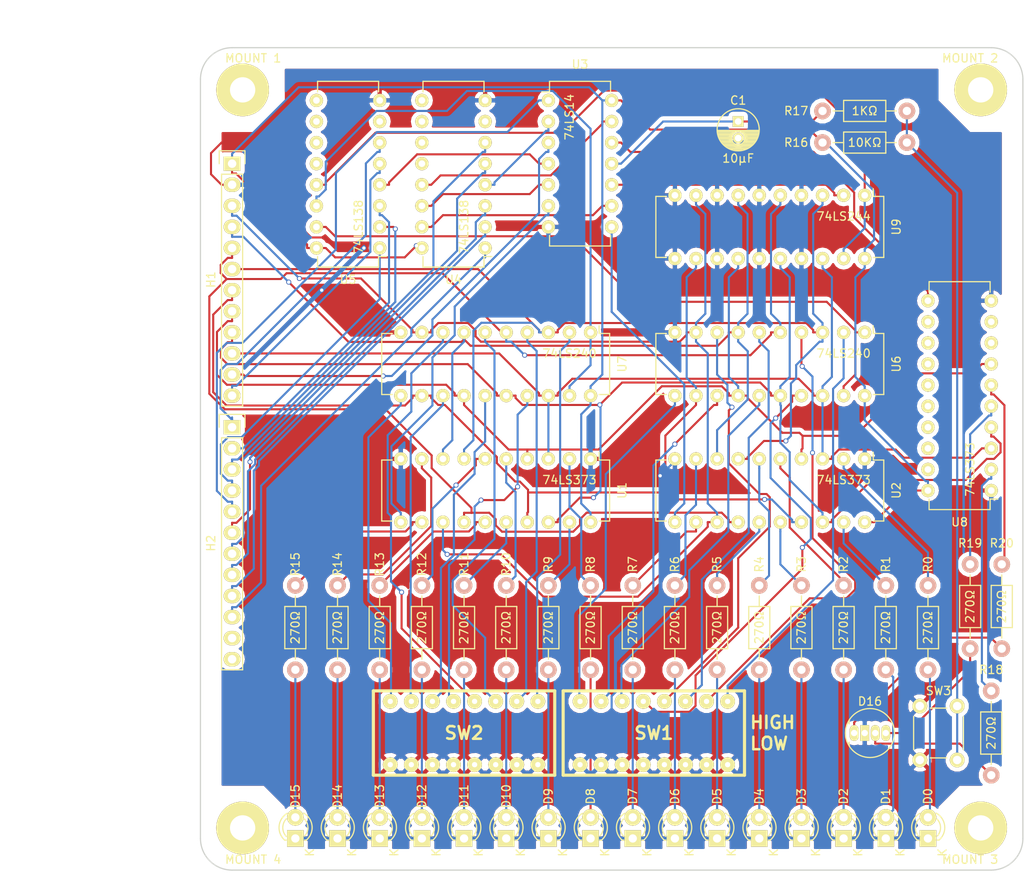
<source format=kicad_pcb>
(kicad_pcb (version 4) (host pcbnew 4.0.1-stable)
  (layers (0 F.Cu signal) (31 B.Cu signal) (34 B.Paste user) (35 F.Paste user) (36 B.SilkS user) (37 F.SilkS user) (38 B.Mask user) (39 F.Mask user) (44 Edge.Cuts user))
  (net 0 "")
  (net 1 VCC)
  (net 2 DATA7)
  (net 3 DATA6)
  (net 4 DATA5)
  (net 5 DATA4)
  (net 6 DATA3)
  (net 7 DATA2)
  (net 8 DATA1)
  (net 9 DATA0)
  (net 10 READ5)
  (net 11 READ4)
  (net 12 READ3)
  (net 13 READ2)
  (net 14 READ1)
  (net 15 READ0)
  (net 16 WRITE5)
  (net 17 WRITE4)
  (net 18 WRITE3)
  (net 19 WRITE2)
  (net 20 WRITE1)
  (net 21 WRITE0)
  (net 22 "Net-(H2-Pad11)")
  (net 23 "Net-(H2-Pad12)")
  (net 24 "Net-(D1-Pad2)")
  (net 25 "Net-(D2-Pad2)")
  (net 26 "Net-(D3-Pad2)")
  (net 27 "Net-(D4-Pad2)")
  (net 28 "Net-(D5-Pad2)")
  (net 29 "Net-(D6-Pad2)")
  (net 30 "Net-(D7-Pad2)")
  (net 31 "Net-(D8-Pad2)")
  (net 32 "Net-(D9-Pad2)")
  (net 33 "Net-(D10-Pad2)")
  (net 34 "Net-(D11-Pad2)")
  (net 35 "Net-(D12-Pad2)")
  (net 36 "Net-(D13-Pad2)")
  (net 37 "Net-(D14-Pad2)")
  (net 38 "Net-(D15-Pad2)")
  (net 39 "Net-(R1-Pad1)")
  (net 40 GND)
  (net 41 "Net-(U1-Pad11)")
  (net 42 "Net-(U2-Pad11)")
  (net 43 "Net-(U3-Pad2)")
  (net 44 "Net-(U3-Pad4)")
  (net 45 "Net-(U4-Pad7)")
  (net 46 "Net-(U4-Pad9)")
  (net 47 "Net-(U4-Pad11)")
  (net 48 "Net-(U4-Pad12)")
  (net 49 "Net-(R2-Pad1)")
  (net 50 "Net-(R3-Pad1)")
  (net 51 "Net-(R4-Pad1)")
  (net 52 "Net-(R5-Pad1)")
  (net 53 "Net-(R6-Pad1)")
  (net 54 "Net-(R7-Pad1)")
  (net 55 "Net-(R8-Pad1)")
  (net 56 "Net-(R9-Pad1)")
  (net 57 "Net-(R10-Pad1)")
  (net 58 "Net-(R11-Pad1)")
  (net 59 "Net-(R12-Pad1)")
  (net 60 "Net-(R13-Pad1)")
  (net 61 "Net-(R14-Pad1)")
  (net 62 "Net-(R15-Pad1)")
  (net 63 "Net-(D0-Pad2)")
  (net 64 "Net-(R0-Pad1)")
  (net 65 WS41)
  (net 66 WS40)
  (net 67 "Net-(U4-Pad10)")
  (net 68 WS42)
  (net 69 "Net-(U5-Pad7)")
  (net 70 "Net-(U5-Pad9)")
  (net 71 "Net-(U5-Pad10)")
  (net 72 "Net-(U5-Pad11)")
  (net 73 "Net-(U5-Pad12)")
  (net 74 RS42)
  (net 75 RS41)
  (net 76 "Net-(SW1-Pad1)")
  (net 77 "Net-(SW1-Pad2)")
  (net 78 "Net-(SW1-Pad3)")
  (net 79 "Net-(SW1-Pad4)")
  (net 80 "Net-(SW1-Pad5)")
  (net 81 "Net-(SW1-Pad6)")
  (net 82 "Net-(SW1-Pad7)")
  (net 83 "Net-(SW1-Pad8)")
  (net 84 "Net-(SW2-Pad1)")
  (net 85 "Net-(SW2-Pad2)")
  (net 86 "Net-(SW2-Pad3)")
  (net 87 "Net-(SW2-Pad4)")
  (net 88 "Net-(SW2-Pad5)")
  (net 89 "Net-(SW2-Pad6)")
  (net 90 "Net-(SW2-Pad7)")
  (net 91 "Net-(SW2-Pad8)")
  (net 92 RS40)
  (net 93 "Net-(C1-Pad1)")
  (net 94 "Net-(D16-Pad1)")
  (net 95 "Net-(D16-Pad3)")
  (net 96 "Net-(D16-Pad4)")
  (net 97 "Net-(R16-Pad2)")
  (net 98 "Net-(R18-Pad2)")
  (net 99 "Net-(R19-Pad2)")
  (net 100 "Net-(R20-Pad2)")
  (net 101 "Net-(U3-Pad10)")
  (net 102 "Net-(U3-Pad12)")
  (net 103 "Net-(U8-Pad8)")
  (net 104 "Net-(U8-Pad9)")
  (net 105 "Net-(U8-Pad12)")
  (net 106 "Net-(U8-Pad13)")
  (net 107 "Net-(U8-Pad14)")
  (net 108 "Net-(U8-Pad15)")
  (net 109 "Net-(U8-Pad16)")
  (net 110 "Net-(U8-Pad17)")
  (net 111 "Net-(U8-Pad18)")
  (net 112 "Net-(U8-Pad19)")
  (module Housings_DIP:DIP-20_W7.62mm (layer F.Cu) (at 124.46 92.71 270)
    (fp_text reference U9 (at 3.81 -3.81 270) (layer F.SilkS))
    (fp_text value 74LS244 (at 2.54 2.54 360) (layer F.SilkS))
    (pad 1 thru_hole oval (at 0 0 270) (size 1.6 1.6) (drill 0.8) (layers *.Cu *.Mask F.SilkS) (net 74 RS42))
    (pad 2 thru_hole oval (at 0 2.54 270) (size 1.6 1.6) (drill 0.8) (layers *.Cu *.Mask F.SilkS) (net 101 "Net-(U3-Pad10)"))
    (pad 3 thru_hole oval (at 0 5.08 270) (size 1.6 1.6) (drill 0.8) (layers *.Cu *.Mask F.SilkS) (net 5 DATA4))
    (pad 4 thru_hole oval (at 0 7.62 270) (size 1.6 1.6) (drill 0.8) (layers *.Cu *.Mask F.SilkS) (net 40 GND))
    (pad 5 thru_hole oval (at 0 10.16 270) (size 1.6 1.6) (drill 0.8) (layers *.Cu *.Mask F.SilkS) (net 4 DATA5))
    (pad 6 thru_hole oval (at 0 12.7 270) (size 1.6 1.6) (drill 0.8) (layers *.Cu *.Mask F.SilkS) (net 40 GND))
    (pad 7 thru_hole oval (at 0 15.24 270) (size 1.6 1.6) (drill 0.8) (layers *.Cu *.Mask F.SilkS) (net 3 DATA6))
    (pad 8 thru_hole oval (at 0 17.78 270) (size 1.6 1.6) (drill 0.8) (layers *.Cu *.Mask F.SilkS) (net 40 GND))
    (pad 9 thru_hole oval (at 0 20.32 270) (size 1.6 1.6) (drill 0.8) (layers *.Cu *.Mask F.SilkS) (net 2 DATA7))
    (pad 10 thru_hole oval (at 0 22.86 270) (size 1.6 1.6) (drill 0.8) (layers *.Cu *.Mask F.SilkS) (net 40 GND))
    (pad 11 thru_hole oval (at 7.62 22.86 270) (size 1.6 1.6) (drill 0.8) (layers *.Cu *.Mask F.SilkS) (net 40 GND))
    (pad 12 thru_hole oval (at 7.62 20.32 270) (size 1.6 1.6) (drill 0.8) (layers *.Cu *.Mask F.SilkS) (net 6 DATA3))
    (pad 13 thru_hole oval (at 7.62 17.78 270) (size 1.6 1.6) (drill 0.8) (layers *.Cu *.Mask F.SilkS) (net 40 GND))
    (pad 14 thru_hole oval (at 7.62 15.24 270) (size 1.6 1.6) (drill 0.8) (layers *.Cu *.Mask F.SilkS) (net 7 DATA2))
    (pad 15 thru_hole oval (at 7.62 12.7 270) (size 1.6 1.6) (drill 0.8) (layers *.Cu *.Mask F.SilkS) (net 40 GND))
    (pad 16 thru_hole oval (at 7.62 10.16 270) (size 1.6 1.6) (drill 0.8) (layers *.Cu *.Mask F.SilkS) (net 8 DATA1))
    (pad 17 thru_hole oval (at 7.62 7.62 270) (size 1.6 1.6) (drill 0.8) (layers *.Cu *.Mask F.SilkS) (net 40 GND))
    (pad 18 thru_hole oval (at 7.62 5.08 270) (size 1.6 1.6) (drill 0.8) (layers *.Cu *.Mask F.SilkS) (net 9 DATA0))
    (pad 19 thru_hole oval (at 7.62 2.54 270) (size 1.6 1.6) (drill 0.8) (layers *.Cu *.Mask F.SilkS) (net 74 RS42))
    (pad 20 thru_hole oval (at 7.62 0 270) (size 1.6 1.6) (drill 0.8) (layers *.Cu *.Mask F.SilkS) (net 1 VCC))
  )
  (module dip-s:DIPS-DS08 (layer F.Cu) (at 99.06 157.48 180)
    (fp_text reference SW1 (at 0 0 180) (layer F.SilkS) (effects (font (thickness 0.3048))))
    (fp_text value DIPS_08 hide)
    (pad 1 thru_hole circle (at -8.89 3.81 180) (size 1.778 1.778) (drill 0.635) (layers *.Cu *.Mask F.SilkS) (net 76 "Net-(SW1-Pad1)"))
    (pad 2 thru_hole circle (at -6.35 3.81 180) (size 1.778 1.778) (drill 0.635) (layers *.Cu *.Mask F.SilkS) (net 77 "Net-(SW1-Pad2)"))
    (pad 3 thru_hole circle (at -3.81 3.81 180) (size 1.778 1.778) (drill 0.635) (layers *.Cu *.Mask F.SilkS) (net 78 "Net-(SW1-Pad3)"))
    (pad 4 thru_hole circle (at -1.27 3.81 180) (size 1.778 1.778) (drill 0.635) (layers *.Cu *.Mask F.SilkS) (net 79 "Net-(SW1-Pad4)"))
    (pad 5 thru_hole circle (at 1.27 3.81 180) (size 1.778 1.778) (drill 0.635) (layers *.Cu *.Mask F.SilkS) (net 80 "Net-(SW1-Pad5)"))
    (pad 6 thru_hole circle (at 3.81 3.81 180) (size 1.778 1.778) (drill 0.635) (layers *.Cu *.Mask F.SilkS) (net 81 "Net-(SW1-Pad6)"))
    (pad 7 thru_hole circle (at 6.35 3.81 180) (size 1.778 1.778) (drill 0.635) (layers *.Cu *.Mask F.SilkS) (net 82 "Net-(SW1-Pad7)"))
    (pad 8 thru_hole circle (at 8.89 3.81 180) (size 1.778 1.778) (drill 0.635) (layers *.Cu *.Mask F.SilkS) (net 83 "Net-(SW1-Pad8)"))
    (pad 9 thru_hole circle (at 8.89 -3.81 180) (size 1.778 1.778) (drill 0.635) (layers *.Cu *.Mask F.SilkS) (net 40 GND))
    (pad 10 thru_hole circle (at 6.35 -3.81 180) (size 1.778 1.778) (drill 0.635) (layers *.Cu *.Mask F.SilkS) (net 40 GND))
    (pad 11 thru_hole circle (at 3.81 -3.81 180) (size 1.778 1.778) (drill 0.635) (layers *.Cu *.Mask F.SilkS) (net 40 GND))
    (pad 12 thru_hole circle (at 1.27 -3.81 180) (size 1.778 1.778) (drill 0.635) (layers *.Cu *.Mask F.SilkS) (net 40 GND))
    (pad 13 thru_hole circle (at -1.27 -3.81 180) (size 1.778 1.778) (drill 0.635) (layers *.Cu *.Mask F.SilkS) (net 40 GND))
    (pad 14 thru_hole circle (at -3.81 -3.81 180) (size 1.778 1.778) (drill 0.635) (layers *.Cu *.Mask F.SilkS) (net 40 GND))
    (pad 15 thru_hole circle (at -6.35 -3.81 180) (size 1.778 1.778) (drill 0.635) (layers *.Cu *.Mask F.SilkS) (net 40 GND))
    (pad 16 thru_hole circle (at -8.89 -3.81 180) (size 1.778 1.778) (drill 0.635) (layers *.Cu *.Mask F.SilkS) (net 40 GND))
  )
  (module dip-s:DIPS-DS08 (layer F.Cu) (at 76.2 157.48 180)
    (fp_text reference SW2 (at 0 0 180) (layer F.SilkS) (effects (font (thickness 0.3048))))
    (fp_text value DIPS_08 hide)
    (pad 1 thru_hole circle (at -8.89 3.81 180) (size 1.778 1.778) (drill 0.635) (layers *.Cu *.Mask F.SilkS) (net 84 "Net-(SW2-Pad1)"))
    (pad 2 thru_hole circle (at -6.35 3.81 180) (size 1.778 1.778) (drill 0.635) (layers *.Cu *.Mask F.SilkS) (net 85 "Net-(SW2-Pad2)"))
    (pad 3 thru_hole circle (at -3.81 3.81 180) (size 1.778 1.778) (drill 0.635) (layers *.Cu *.Mask F.SilkS) (net 86 "Net-(SW2-Pad3)"))
    (pad 4 thru_hole circle (at -1.27 3.81 180) (size 1.778 1.778) (drill 0.635) (layers *.Cu *.Mask F.SilkS) (net 87 "Net-(SW2-Pad4)"))
    (pad 5 thru_hole circle (at 1.27 3.81 180) (size 1.778 1.778) (drill 0.635) (layers *.Cu *.Mask F.SilkS) (net 88 "Net-(SW2-Pad5)"))
    (pad 6 thru_hole circle (at 3.81 3.81 180) (size 1.778 1.778) (drill 0.635) (layers *.Cu *.Mask F.SilkS) (net 89 "Net-(SW2-Pad6)"))
    (pad 7 thru_hole circle (at 6.35 3.81 180) (size 1.778 1.778) (drill 0.635) (layers *.Cu *.Mask F.SilkS) (net 90 "Net-(SW2-Pad7)"))
    (pad 8 thru_hole circle (at 8.89 3.81 180) (size 1.778 1.778) (drill 0.635) (layers *.Cu *.Mask F.SilkS) (net 91 "Net-(SW2-Pad8)"))
    (pad 9 thru_hole circle (at 8.89 -3.81 180) (size 1.778 1.778) (drill 0.635) (layers *.Cu *.Mask F.SilkS) (net 40 GND))
    (pad 10 thru_hole circle (at 6.35 -3.81 180) (size 1.778 1.778) (drill 0.635) (layers *.Cu *.Mask F.SilkS) (net 40 GND))
    (pad 11 thru_hole circle (at 3.81 -3.81 180) (size 1.778 1.778) (drill 0.635) (layers *.Cu *.Mask F.SilkS) (net 40 GND))
    (pad 12 thru_hole circle (at 1.27 -3.81 180) (size 1.778 1.778) (drill 0.635) (layers *.Cu *.Mask F.SilkS) (net 40 GND))
    (pad 13 thru_hole circle (at -1.27 -3.81 180) (size 1.778 1.778) (drill 0.635) (layers *.Cu *.Mask F.SilkS) (net 40 GND))
    (pad 14 thru_hole circle (at -3.81 -3.81 180) (size 1.778 1.778) (drill 0.635) (layers *.Cu *.Mask F.SilkS) (net 40 GND))
    (pad 15 thru_hole circle (at -6.35 -3.81 180) (size 1.778 1.778) (drill 0.635) (layers *.Cu *.Mask F.SilkS) (net 40 GND))
    (pad 16 thru_hole circle (at -8.89 -3.81 180) (size 1.778 1.778) (drill 0.635) (layers *.Cu *.Mask F.SilkS) (net 40 GND))
  )
  (module custom:switch_tactile_6mm (layer F.Cu) (at 133.35 157.48 90)
    (fp_text reference SW3 (at 5.08 0 180) (layer F.SilkS))
    (fp_text value SW_PUSH)
    (pad 2 thru_hole circle (at 3.25 2.25 90) (size 1.778 1.778) (drill 1.016) (layers *.Cu *.Mask F.SilkS) (net 97 "Net-(R16-Pad2)"))
    (pad 2 thru_hole circle (at -3.25 2.25 90) (size 1.778 1.778) (drill 1.016) (layers *.Cu *.Mask F.SilkS) (net 97 "Net-(R16-Pad2)"))
    (pad 1 thru_hole circle (at 3.25 -2.25 90) (size 1.778 1.778) (drill 1.016) (layers *.Cu *.Mask F.SilkS) (net 40 GND))
    (pad 1 thru_hole circle (at -3.25 -2.25 90) (size 1.778 1.778) (drill 1.016) (layers *.Cu *.Mask F.SilkS) (net 40 GND))
  )
  (module Connect:1pin (layer F.Cu) (at 49.53 80.01)
    (fp_text reference "MOUNT 1" (at 1.27 -3.81) (layer F.SilkS))
    (fp_text value 1pin)
    (pad 1 thru_hole circle (at 0 0) (size 6.35 6.35) (drill 3.048) (layers *.Cu *.Mask F.SilkS))
  )
  (module Connect:1pin (layer F.Cu) (at 138.43 80.01)
    (fp_text reference "MOUNT 2" (at -1.27 -3.81) (layer F.SilkS))
    (fp_text value 1pin)
    (pad 1 thru_hole circle (at 0 0) (size 6.35 6.35) (drill 3.048) (layers *.Cu *.Mask F.SilkS))
  )
  (module Connect:1pin (layer F.Cu) (at 138.43 168.91)
    (fp_text reference "MOUNT 3" (at -1.27 3.81) (layer F.SilkS))
    (fp_text value 1pin)
    (pad 1 thru_hole circle (at 0 0) (size 6.35 6.35) (drill 3.048) (layers *.Cu *.Mask F.SilkS))
  )
  (module Connect:1pin (layer F.Cu) (at 49.53 168.91)
    (fp_text reference "MOUNT 4" (at 1.27 3.81) (layer F.SilkS))
    (fp_text value 1pin)
    (pad 1 thru_hole circle (at 0 0) (size 6.35 6.35) (drill 3.048) (layers *.Cu *.Mask F.SilkS))
  )
  (module Socket_Strips:Socket_Strip_Straight_1x12 (layer F.Cu) (at 48.26 88.9 270)
    (fp_text reference H1 (at 13.97 2.54 270) (layer F.SilkS))
    (fp_text value CONN_01X12)
    (pad 1 thru_hole rect (at 0 0 270) (size 1.7272 2.032) (drill 1.016) (layers *.Cu *.Mask F.SilkS) (net 1 VCC))
    (pad 2 thru_hole oval (at 2.54 0 270) (size 1.7272 2.032) (drill 1.016) (layers *.Cu *.Mask F.SilkS) (net 40 GND))
    (pad 3 thru_hole oval (at 5.08 0 270) (size 1.7272 2.032) (drill 1.016) (layers *.Cu *.Mask F.SilkS) (net 2 DATA7))
    (pad 4 thru_hole oval (at 7.62 0 270) (size 1.7272 2.032) (drill 1.016) (layers *.Cu *.Mask F.SilkS) (net 3 DATA6))
    (pad 5 thru_hole oval (at 10.16 0 270) (size 1.7272 2.032) (drill 1.016) (layers *.Cu *.Mask F.SilkS) (net 4 DATA5))
    (pad 6 thru_hole oval (at 12.7 0 270) (size 1.7272 2.032) (drill 1.016) (layers *.Cu *.Mask F.SilkS) (net 5 DATA4))
    (pad 7 thru_hole oval (at 15.24 0 270) (size 1.7272 2.032) (drill 1.016) (layers *.Cu *.Mask F.SilkS) (net 6 DATA3))
    (pad 8 thru_hole oval (at 17.78 0 270) (size 1.7272 2.032) (drill 1.016) (layers *.Cu *.Mask F.SilkS) (net 7 DATA2))
    (pad 9 thru_hole oval (at 20.32 0 270) (size 1.7272 2.032) (drill 1.016) (layers *.Cu *.Mask F.SilkS) (net 8 DATA1))
    (pad 10 thru_hole oval (at 22.86 0 270) (size 1.7272 2.032) (drill 1.016) (layers *.Cu *.Mask F.SilkS) (net 9 DATA0))
    (pad 11 thru_hole oval (at 25.4 0 270) (size 1.7272 2.032) (drill 1.016) (layers *.Cu *.Mask F.SilkS) (net 10 READ5))
    (pad 12 thru_hole oval (at 27.94 0 270) (size 1.7272 2.032) (drill 1.016) (layers *.Cu *.Mask F.SilkS) (net 11 READ4))
  )
  (module Socket_Strips:Socket_Strip_Straight_1x12 (layer F.Cu) (at 48.26 120.65 270)
    (fp_text reference H2 (at 13.97 2.54 270) (layer F.SilkS))
    (fp_text value CONN_01X12)
    (pad 1 thru_hole rect (at 0 0 270) (size 1.7272 2.032) (drill 1.016) (layers *.Cu *.Mask F.SilkS) (net 12 READ3))
    (pad 2 thru_hole oval (at 2.54 0 270) (size 1.7272 2.032) (drill 1.016) (layers *.Cu *.Mask F.SilkS) (net 13 READ2))
    (pad 3 thru_hole oval (at 5.08 0 270) (size 1.7272 2.032) (drill 1.016) (layers *.Cu *.Mask F.SilkS) (net 14 READ1))
    (pad 4 thru_hole oval (at 7.62 0 270) (size 1.7272 2.032) (drill 1.016) (layers *.Cu *.Mask F.SilkS) (net 15 READ0))
    (pad 5 thru_hole oval (at 10.16 0 270) (size 1.7272 2.032) (drill 1.016) (layers *.Cu *.Mask F.SilkS) (net 16 WRITE5))
    (pad 6 thru_hole oval (at 12.7 0 270) (size 1.7272 2.032) (drill 1.016) (layers *.Cu *.Mask F.SilkS) (net 17 WRITE4))
    (pad 7 thru_hole oval (at 15.24 0 270) (size 1.7272 2.032) (drill 1.016) (layers *.Cu *.Mask F.SilkS) (net 18 WRITE3))
    (pad 8 thru_hole oval (at 17.78 0 270) (size 1.7272 2.032) (drill 1.016) (layers *.Cu *.Mask F.SilkS) (net 19 WRITE2))
    (pad 9 thru_hole oval (at 20.32 0 270) (size 1.7272 2.032) (drill 1.016) (layers *.Cu *.Mask F.SilkS) (net 20 WRITE1))
    (pad 10 thru_hole oval (at 22.86 0 270) (size 1.7272 2.032) (drill 1.016) (layers *.Cu *.Mask F.SilkS) (net 21 WRITE0))
    (pad 11 thru_hole oval (at 25.4 0 270) (size 1.7272 2.032) (drill 1.016) (layers *.Cu *.Mask F.SilkS) (net 22 "Net-(H2-Pad11)"))
    (pad 12 thru_hole oval (at 27.94 0 270) (size 1.7272 2.032) (drill 1.016) (layers *.Cu *.Mask F.SilkS) (net 23 "Net-(H2-Pad12)"))
  )
  (module Housings_DIP:DIP-20_W7.62mm (layer F.Cu) (at 91.44 124.46 270)
    (fp_text reference U1 (at 3.81 -3.81 270) (layer F.SilkS))
    (fp_text value 74LS373 (at 2.54 2.54 360) (layer F.SilkS))
    (pad 1 thru_hole oval (at 0 0 270) (size 1.6 1.6) (drill 0.8) (layers *.Cu *.Mask F.SilkS) (net 40 GND))
    (pad 2 thru_hole oval (at 0 2.54 270) (size 1.6 1.6) (drill 0.8) (layers *.Cu *.Mask F.SilkS) (net 55 "Net-(R8-Pad1)"))
    (pad 3 thru_hole oval (at 0 5.08 270) (size 1.6 1.6) (drill 0.8) (layers *.Cu *.Mask F.SilkS) (net 9 DATA0))
    (pad 4 thru_hole oval (at 0 7.62 270) (size 1.6 1.6) (drill 0.8) (layers *.Cu *.Mask F.SilkS) (net 7 DATA2))
    (pad 5 thru_hole oval (at 0 10.16 270) (size 1.6 1.6) (drill 0.8) (layers *.Cu *.Mask F.SilkS) (net 57 "Net-(R10-Pad1)"))
    (pad 6 thru_hole oval (at 0 12.7 270) (size 1.6 1.6) (drill 0.8) (layers *.Cu *.Mask F.SilkS) (net 59 "Net-(R12-Pad1)"))
    (pad 7 thru_hole oval (at 0 15.24 270) (size 1.6 1.6) (drill 0.8) (layers *.Cu *.Mask F.SilkS) (net 5 DATA4))
    (pad 8 thru_hole oval (at 0 17.78 270) (size 1.6 1.6) (drill 0.8) (layers *.Cu *.Mask F.SilkS) (net 3 DATA6))
    (pad 9 thru_hole oval (at 0 20.32 270) (size 1.6 1.6) (drill 0.8) (layers *.Cu *.Mask F.SilkS) (net 61 "Net-(R14-Pad1)"))
    (pad 10 thru_hole oval (at 0 22.86 270) (size 1.6 1.6) (drill 0.8) (layers *.Cu *.Mask F.SilkS) (net 40 GND))
    (pad 11 thru_hole oval (at 7.62 22.86 270) (size 1.6 1.6) (drill 0.8) (layers *.Cu *.Mask F.SilkS) (net 41 "Net-(U1-Pad11)"))
    (pad 12 thru_hole oval (at 7.62 20.32 270) (size 1.6 1.6) (drill 0.8) (layers *.Cu *.Mask F.SilkS) (net 62 "Net-(R15-Pad1)"))
    (pad 13 thru_hole oval (at 7.62 17.78 270) (size 1.6 1.6) (drill 0.8) (layers *.Cu *.Mask F.SilkS) (net 2 DATA7))
    (pad 14 thru_hole oval (at 7.62 15.24 270) (size 1.6 1.6) (drill 0.8) (layers *.Cu *.Mask F.SilkS) (net 4 DATA5))
    (pad 15 thru_hole oval (at 7.62 12.7 270) (size 1.6 1.6) (drill 0.8) (layers *.Cu *.Mask F.SilkS) (net 60 "Net-(R13-Pad1)"))
    (pad 16 thru_hole oval (at 7.62 10.16 270) (size 1.6 1.6) (drill 0.8) (layers *.Cu *.Mask F.SilkS) (net 58 "Net-(R11-Pad1)"))
    (pad 17 thru_hole oval (at 7.62 7.62 270) (size 1.6 1.6) (drill 0.8) (layers *.Cu *.Mask F.SilkS) (net 6 DATA3))
    (pad 18 thru_hole oval (at 7.62 5.08 270) (size 1.6 1.6) (drill 0.8) (layers *.Cu *.Mask F.SilkS) (net 8 DATA1))
    (pad 19 thru_hole oval (at 7.62 2.54 270) (size 1.6 1.6) (drill 0.8) (layers *.Cu *.Mask F.SilkS) (net 56 "Net-(R9-Pad1)"))
    (pad 20 thru_hole oval (at 7.62 0 270) (size 1.6 1.6) (drill 0.8) (layers *.Cu *.Mask F.SilkS) (net 1 VCC))
  )
  (module LEDs:LED-3MM (layer F.Cu) (at 127 170.18 90)
    (fp_text reference D1 (at 5.08 0 90) (layer F.SilkS))
    (fp_text value Led_Small)
    (fp_text user K (at -1.69 1.74 90) (layer F.SilkS))
    (pad 1 thru_hole rect (at 0 0 180) (size 2 2) (drill 1.00076) (layers *.Cu *.Mask F.SilkS) (net 40 GND))
    (pad 2 thru_hole circle (at 2.54 0 90) (size 2 2) (drill 1.00076) (layers *.Cu *.Mask F.SilkS) (net 24 "Net-(D1-Pad2)"))
  )
  (module Resistors_ThroughHole:Resistor_Horizontal_RM10mm (layer F.Cu) (at 127 139.7 270)
    (fp_text reference R1 (at -2.54 0 270) (layer F.SilkS))
    (fp_text value 270Ω (at 5.08 0 270) (layer F.SilkS))
    (pad 1 thru_hole circle (at 0 0 270) (size 1.99898 1.99898) (drill 1.00076) (layers *.Cu *.SilkS *.Mask) (net 39 "Net-(R1-Pad1)"))
    (pad 2 thru_hole circle (at 10.16 0 270) (size 1.99898 1.99898) (drill 1.00076) (layers *.Cu *.SilkS *.Mask) (net 24 "Net-(D1-Pad2)"))
  )
  (module LEDs:LED-3MM (layer F.Cu) (at 121.92 170.18 90)
    (fp_text reference D2 (at 5.08 0 90) (layer F.SilkS))
    (fp_text value Led_Small)
    (fp_text user K (at -1.69 1.74 90) (layer F.SilkS))
    (pad 1 thru_hole rect (at 0 0 180) (size 2 2) (drill 1.00076) (layers *.Cu *.Mask F.SilkS) (net 40 GND))
    (pad 2 thru_hole circle (at 2.54 0 90) (size 2 2) (drill 1.00076) (layers *.Cu *.Mask F.SilkS) (net 25 "Net-(D2-Pad2)"))
  )
  (module LEDs:LED-3MM (layer F.Cu) (at 116.84 170.18 90)
    (fp_text reference D3 (at 5.08 0 90) (layer F.SilkS))
    (fp_text value Led_Small)
    (fp_text user K (at -1.69 1.74 90) (layer F.SilkS))
    (pad 1 thru_hole rect (at 0 0 180) (size 2 2) (drill 1.00076) (layers *.Cu *.Mask F.SilkS) (net 40 GND))
    (pad 2 thru_hole circle (at 2.54 0 90) (size 2 2) (drill 1.00076) (layers *.Cu *.Mask F.SilkS) (net 26 "Net-(D3-Pad2)"))
  )
  (module LEDs:LED-3MM (layer F.Cu) (at 111.76 170.18 90)
    (fp_text reference D4 (at 5.08 0 90) (layer F.SilkS))
    (fp_text value Led_Small)
    (fp_text user K (at -1.69 1.74 90) (layer F.SilkS))
    (pad 1 thru_hole rect (at 0 0 180) (size 2 2) (drill 1.00076) (layers *.Cu *.Mask F.SilkS) (net 40 GND))
    (pad 2 thru_hole circle (at 2.54 0 90) (size 2 2) (drill 1.00076) (layers *.Cu *.Mask F.SilkS) (net 27 "Net-(D4-Pad2)"))
  )
  (module LEDs:LED-3MM (layer F.Cu) (at 106.68 170.18 90)
    (fp_text reference D5 (at 5.08 0 90) (layer F.SilkS))
    (fp_text value Led_Small)
    (fp_text user K (at -1.69 1.74 90) (layer F.SilkS))
    (pad 1 thru_hole rect (at 0 0 180) (size 2 2) (drill 1.00076) (layers *.Cu *.Mask F.SilkS) (net 40 GND))
    (pad 2 thru_hole circle (at 2.54 0 90) (size 2 2) (drill 1.00076) (layers *.Cu *.Mask F.SilkS) (net 28 "Net-(D5-Pad2)"))
  )
  (module LEDs:LED-3MM (layer F.Cu) (at 101.6 170.18 90)
    (fp_text reference D6 (at 5.08 0 90) (layer F.SilkS))
    (fp_text value Led_Small)
    (fp_text user K (at -1.69 1.74 90) (layer F.SilkS))
    (pad 1 thru_hole rect (at 0 0 180) (size 2 2) (drill 1.00076) (layers *.Cu *.Mask F.SilkS) (net 40 GND))
    (pad 2 thru_hole circle (at 2.54 0 90) (size 2 2) (drill 1.00076) (layers *.Cu *.Mask F.SilkS) (net 29 "Net-(D6-Pad2)"))
  )
  (module LEDs:LED-3MM (layer F.Cu) (at 96.52 170.18 90)
    (fp_text reference D7 (at 5.08 0 90) (layer F.SilkS))
    (fp_text value Led_Small)
    (fp_text user K (at -1.69 1.74 90) (layer F.SilkS))
    (pad 1 thru_hole rect (at 0 0 180) (size 2 2) (drill 1.00076) (layers *.Cu *.Mask F.SilkS) (net 40 GND))
    (pad 2 thru_hole circle (at 2.54 0 90) (size 2 2) (drill 1.00076) (layers *.Cu *.Mask F.SilkS) (net 30 "Net-(D7-Pad2)"))
  )
  (module LEDs:LED-3MM (layer F.Cu) (at 91.44 170.18 90)
    (fp_text reference D8 (at 5.08 0 90) (layer F.SilkS))
    (fp_text value Led_Small)
    (fp_text user K (at -1.69 1.74 90) (layer F.SilkS))
    (pad 1 thru_hole rect (at 0 0 180) (size 2 2) (drill 1.00076) (layers *.Cu *.Mask F.SilkS) (net 40 GND))
    (pad 2 thru_hole circle (at 2.54 0 90) (size 2 2) (drill 1.00076) (layers *.Cu *.Mask F.SilkS) (net 31 "Net-(D8-Pad2)"))
  )
  (module Resistors_ThroughHole:Resistor_Horizontal_RM10mm (layer F.Cu) (at 121.92 139.7 270)
    (fp_text reference R2 (at -2.54 0 270) (layer F.SilkS))
    (fp_text value 270Ω (at 5.08 0 270) (layer F.SilkS))
    (pad 1 thru_hole circle (at 0 0 270) (size 1.99898 1.99898) (drill 1.00076) (layers *.Cu *.SilkS *.Mask) (net 49 "Net-(R2-Pad1)"))
    (pad 2 thru_hole circle (at 10.16 0 270) (size 1.99898 1.99898) (drill 1.00076) (layers *.Cu *.SilkS *.Mask) (net 25 "Net-(D2-Pad2)"))
  )
  (module Resistors_ThroughHole:Resistor_Horizontal_RM10mm (layer F.Cu) (at 116.84 139.7 270)
    (fp_text reference R3 (at -2.54 0 270) (layer F.SilkS))
    (fp_text value 270Ω (at 5.08 0 270) (layer F.SilkS))
    (pad 1 thru_hole circle (at 0 0 270) (size 1.99898 1.99898) (drill 1.00076) (layers *.Cu *.SilkS *.Mask) (net 50 "Net-(R3-Pad1)"))
    (pad 2 thru_hole circle (at 10.16 0 270) (size 1.99898 1.99898) (drill 1.00076) (layers *.Cu *.SilkS *.Mask) (net 26 "Net-(D3-Pad2)"))
  )
  (module Resistors_ThroughHole:Resistor_Horizontal_RM10mm (layer F.Cu) (at 111.76 139.7 270)
    (fp_text reference R4 (at -2.54 0 270) (layer F.SilkS))
    (fp_text value 270Ω (at 5.08 0 270) (layer F.SilkS))
    (pad 1 thru_hole circle (at 0 0 270) (size 1.99898 1.99898) (drill 1.00076) (layers *.Cu *.SilkS *.Mask) (net 51 "Net-(R4-Pad1)"))
    (pad 2 thru_hole circle (at 10.16 0 270) (size 1.99898 1.99898) (drill 1.00076) (layers *.Cu *.SilkS *.Mask) (net 27 "Net-(D4-Pad2)"))
  )
  (module Resistors_ThroughHole:Resistor_Horizontal_RM10mm (layer F.Cu) (at 106.68 139.7 270)
    (fp_text reference R5 (at -2.54 0 270) (layer F.SilkS))
    (fp_text value 270Ω (at 5.08 0 270) (layer F.SilkS))
    (pad 1 thru_hole circle (at 0 0 270) (size 1.99898 1.99898) (drill 1.00076) (layers *.Cu *.SilkS *.Mask) (net 52 "Net-(R5-Pad1)"))
    (pad 2 thru_hole circle (at 10.16 0 270) (size 1.99898 1.99898) (drill 1.00076) (layers *.Cu *.SilkS *.Mask) (net 28 "Net-(D5-Pad2)"))
  )
  (module Resistors_ThroughHole:Resistor_Horizontal_RM10mm (layer F.Cu) (at 101.6 139.7 270)
    (fp_text reference R6 (at -2.54 0 270) (layer F.SilkS))
    (fp_text value 270Ω (at 5.08 0 270) (layer F.SilkS))
    (pad 1 thru_hole circle (at 0 0 270) (size 1.99898 1.99898) (drill 1.00076) (layers *.Cu *.SilkS *.Mask) (net 53 "Net-(R6-Pad1)"))
    (pad 2 thru_hole circle (at 10.16 0 270) (size 1.99898 1.99898) (drill 1.00076) (layers *.Cu *.SilkS *.Mask) (net 29 "Net-(D6-Pad2)"))
  )
  (module Resistors_ThroughHole:Resistor_Horizontal_RM10mm (layer F.Cu) (at 96.52 139.7 270)
    (fp_text reference R7 (at -2.54 0 270) (layer F.SilkS))
    (fp_text value 270Ω (at 5.08 0 270) (layer F.SilkS))
    (pad 1 thru_hole circle (at 0 0 270) (size 1.99898 1.99898) (drill 1.00076) (layers *.Cu *.SilkS *.Mask) (net 54 "Net-(R7-Pad1)"))
    (pad 2 thru_hole circle (at 10.16 0 270) (size 1.99898 1.99898) (drill 1.00076) (layers *.Cu *.SilkS *.Mask) (net 30 "Net-(D7-Pad2)"))
  )
  (module Resistors_ThroughHole:Resistor_Horizontal_RM10mm (layer F.Cu) (at 91.44 139.7 270)
    (fp_text reference R8 (at -2.54 0 270) (layer F.SilkS))
    (fp_text value 270Ω (at 5.08 0 270) (layer F.SilkS))
    (pad 1 thru_hole circle (at 0 0 270) (size 1.99898 1.99898) (drill 1.00076) (layers *.Cu *.SilkS *.Mask) (net 55 "Net-(R8-Pad1)"))
    (pad 2 thru_hole circle (at 10.16 0 270) (size 1.99898 1.99898) (drill 1.00076) (layers *.Cu *.SilkS *.Mask) (net 31 "Net-(D8-Pad2)"))
  )
  (module LEDs:LED-3MM (layer F.Cu) (at 86.36 170.18 90)
    (fp_text reference D9 (at 5.08 0 90) (layer F.SilkS))
    (fp_text value Led_Small)
    (fp_text user K (at -1.69 1.74 90) (layer F.SilkS))
    (pad 1 thru_hole rect (at 0 0 180) (size 2 2) (drill 1.00076) (layers *.Cu *.Mask F.SilkS) (net 40 GND))
    (pad 2 thru_hole circle (at 2.54 0 90) (size 2 2) (drill 1.00076) (layers *.Cu *.Mask F.SilkS) (net 32 "Net-(D9-Pad2)"))
  )
  (module LEDs:LED-3MM (layer F.Cu) (at 81.28 170.18 90)
    (fp_text reference D10 (at 5.08 0 90) (layer F.SilkS))
    (fp_text value Led_Small)
    (fp_text user K (at -1.69 1.74 90) (layer F.SilkS))
    (pad 1 thru_hole rect (at 0 0 180) (size 2 2) (drill 1.00076) (layers *.Cu *.Mask F.SilkS) (net 40 GND))
    (pad 2 thru_hole circle (at 2.54 0 90) (size 2 2) (drill 1.00076) (layers *.Cu *.Mask F.SilkS) (net 33 "Net-(D10-Pad2)"))
  )
  (module LEDs:LED-3MM (layer F.Cu) (at 76.2 170.18 90)
    (fp_text reference D11 (at 5.08 0 90) (layer F.SilkS))
    (fp_text value Led_Small)
    (fp_text user K (at -1.69 1.74 90) (layer F.SilkS))
    (pad 1 thru_hole rect (at 0 0 180) (size 2 2) (drill 1.00076) (layers *.Cu *.Mask F.SilkS) (net 40 GND))
    (pad 2 thru_hole circle (at 2.54 0 90) (size 2 2) (drill 1.00076) (layers *.Cu *.Mask F.SilkS) (net 34 "Net-(D11-Pad2)"))
  )
  (module LEDs:LED-3MM (layer F.Cu) (at 71.12 170.18 90)
    (fp_text reference D12 (at 5.08 0 90) (layer F.SilkS))
    (fp_text value Led_Small)
    (fp_text user K (at -1.69 1.74 90) (layer F.SilkS))
    (pad 1 thru_hole rect (at 0 0 180) (size 2 2) (drill 1.00076) (layers *.Cu *.Mask F.SilkS) (net 40 GND))
    (pad 2 thru_hole circle (at 2.54 0 90) (size 2 2) (drill 1.00076) (layers *.Cu *.Mask F.SilkS) (net 35 "Net-(D12-Pad2)"))
  )
  (module LEDs:LED-3MM (layer F.Cu) (at 66.04 170.18 90)
    (fp_text reference D13 (at 5.08 0 90) (layer F.SilkS))
    (fp_text value Led_Small)
    (fp_text user K (at -1.69 1.74 90) (layer F.SilkS))
    (pad 1 thru_hole rect (at 0 0 180) (size 2 2) (drill 1.00076) (layers *.Cu *.Mask F.SilkS) (net 40 GND))
    (pad 2 thru_hole circle (at 2.54 0 90) (size 2 2) (drill 1.00076) (layers *.Cu *.Mask F.SilkS) (net 36 "Net-(D13-Pad2)"))
  )
  (module LEDs:LED-3MM (layer F.Cu) (at 60.96 170.18 90)
    (fp_text reference D14 (at 5.08 0 90) (layer F.SilkS))
    (fp_text value Led_Small)
    (fp_text user K (at -1.69 1.74 90) (layer F.SilkS))
    (pad 1 thru_hole rect (at 0 0 180) (size 2 2) (drill 1.00076) (layers *.Cu *.Mask F.SilkS) (net 40 GND))
    (pad 2 thru_hole circle (at 2.54 0 90) (size 2 2) (drill 1.00076) (layers *.Cu *.Mask F.SilkS) (net 37 "Net-(D14-Pad2)"))
  )
  (module LEDs:LED-3MM (layer F.Cu) (at 55.88 170.18 90)
    (fp_text reference D15 (at 5.08 0 90) (layer F.SilkS))
    (fp_text value Led_Small)
    (fp_text user K (at -1.69 1.74 90) (layer F.SilkS))
    (pad 1 thru_hole rect (at 0 0 180) (size 2 2) (drill 1.00076) (layers *.Cu *.Mask F.SilkS) (net 40 GND))
    (pad 2 thru_hole circle (at 2.54 0 90) (size 2 2) (drill 1.00076) (layers *.Cu *.Mask F.SilkS) (net 38 "Net-(D15-Pad2)"))
  )
  (module Resistors_ThroughHole:Resistor_Horizontal_RM10mm (layer F.Cu) (at 86.36 139.7 270)
    (fp_text reference R9 (at -2.54 0 270) (layer F.SilkS))
    (fp_text value 270Ω (at 5.08 0 270) (layer F.SilkS))
    (pad 1 thru_hole circle (at 0 0 270) (size 1.99898 1.99898) (drill 1.00076) (layers *.Cu *.SilkS *.Mask) (net 56 "Net-(R9-Pad1)"))
    (pad 2 thru_hole circle (at 10.16 0 270) (size 1.99898 1.99898) (drill 1.00076) (layers *.Cu *.SilkS *.Mask) (net 32 "Net-(D9-Pad2)"))
  )
  (module Resistors_ThroughHole:Resistor_Horizontal_RM10mm (layer F.Cu) (at 81.28 139.7 270)
    (fp_text reference R10 (at -2.54 0 270) (layer F.SilkS))
    (fp_text value 270Ω (at 5.08 0 270) (layer F.SilkS))
    (pad 1 thru_hole circle (at 0 0 270) (size 1.99898 1.99898) (drill 1.00076) (layers *.Cu *.SilkS *.Mask) (net 57 "Net-(R10-Pad1)"))
    (pad 2 thru_hole circle (at 10.16 0 270) (size 1.99898 1.99898) (drill 1.00076) (layers *.Cu *.SilkS *.Mask) (net 33 "Net-(D10-Pad2)"))
  )
  (module Resistors_ThroughHole:Resistor_Horizontal_RM10mm (layer F.Cu) (at 76.2 139.7 270)
    (fp_text reference R11 (at -2.54 0 270) (layer F.SilkS))
    (fp_text value 270Ω (at 5.08 0 270) (layer F.SilkS))
    (pad 1 thru_hole circle (at 0 0 270) (size 1.99898 1.99898) (drill 1.00076) (layers *.Cu *.SilkS *.Mask) (net 58 "Net-(R11-Pad1)"))
    (pad 2 thru_hole circle (at 10.16 0 270) (size 1.99898 1.99898) (drill 1.00076) (layers *.Cu *.SilkS *.Mask) (net 34 "Net-(D11-Pad2)"))
  )
  (module Resistors_ThroughHole:Resistor_Horizontal_RM10mm (layer F.Cu) (at 71.12 139.7 270)
    (fp_text reference R12 (at -2.54 0 270) (layer F.SilkS))
    (fp_text value 270Ω (at 5.08 0 270) (layer F.SilkS))
    (pad 1 thru_hole circle (at 0 0 270) (size 1.99898 1.99898) (drill 1.00076) (layers *.Cu *.SilkS *.Mask) (net 59 "Net-(R12-Pad1)"))
    (pad 2 thru_hole circle (at 10.16 0 270) (size 1.99898 1.99898) (drill 1.00076) (layers *.Cu *.SilkS *.Mask) (net 35 "Net-(D12-Pad2)"))
  )
  (module Resistors_ThroughHole:Resistor_Horizontal_RM10mm (layer F.Cu) (at 66.04 139.7 270)
    (fp_text reference R13 (at -2.54 0 270) (layer F.SilkS))
    (fp_text value 270Ω (at 5.08 0 270) (layer F.SilkS))
    (pad 1 thru_hole circle (at 0 0 270) (size 1.99898 1.99898) (drill 1.00076) (layers *.Cu *.SilkS *.Mask) (net 60 "Net-(R13-Pad1)"))
    (pad 2 thru_hole circle (at 10.16 0 270) (size 1.99898 1.99898) (drill 1.00076) (layers *.Cu *.SilkS *.Mask) (net 36 "Net-(D13-Pad2)"))
  )
  (module Resistors_ThroughHole:Resistor_Horizontal_RM10mm (layer F.Cu) (at 60.96 139.7 270)
    (fp_text reference R14 (at -2.54 0 270) (layer F.SilkS))
    (fp_text value 270Ω (at 5.08 0 270) (layer F.SilkS))
    (pad 1 thru_hole circle (at 0 0 270) (size 1.99898 1.99898) (drill 1.00076) (layers *.Cu *.SilkS *.Mask) (net 61 "Net-(R14-Pad1)"))
    (pad 2 thru_hole circle (at 10.16 0 270) (size 1.99898 1.99898) (drill 1.00076) (layers *.Cu *.SilkS *.Mask) (net 37 "Net-(D14-Pad2)"))
  )
  (module Resistors_ThroughHole:Resistor_Horizontal_RM10mm (layer F.Cu) (at 55.88 139.7 270)
    (fp_text reference R15 (at -2.54 0 270) (layer F.SilkS))
    (fp_text value 270Ω (at 5.08 0 270) (layer F.SilkS))
    (pad 1 thru_hole circle (at 0 0 270) (size 1.99898 1.99898) (drill 1.00076) (layers *.Cu *.SilkS *.Mask) (net 62 "Net-(R15-Pad1)"))
    (pad 2 thru_hole circle (at 10.16 0 270) (size 1.99898 1.99898) (drill 1.00076) (layers *.Cu *.SilkS *.Mask) (net 38 "Net-(D15-Pad2)"))
  )
  (module Housings_DIP:DIP-20_W7.62mm (layer F.Cu) (at 124.46 124.46 270)
    (fp_text reference U2 (at 3.81 -3.81 270) (layer F.SilkS))
    (fp_text value 74LS373 (at 2.54 2.54 360) (layer F.SilkS))
    (pad 1 thru_hole oval (at 0 0 270) (size 1.6 1.6) (drill 0.8) (layers *.Cu *.Mask F.SilkS) (net 40 GND))
    (pad 2 thru_hole oval (at 0 2.54 270) (size 1.6 1.6) (drill 0.8) (layers *.Cu *.Mask F.SilkS) (net 64 "Net-(R0-Pad1)"))
    (pad 3 thru_hole oval (at 0 5.08 270) (size 1.6 1.6) (drill 0.8) (layers *.Cu *.Mask F.SilkS) (net 9 DATA0))
    (pad 4 thru_hole oval (at 0 7.62 270) (size 1.6 1.6) (drill 0.8) (layers *.Cu *.Mask F.SilkS) (net 7 DATA2))
    (pad 5 thru_hole oval (at 0 10.16 270) (size 1.6 1.6) (drill 0.8) (layers *.Cu *.Mask F.SilkS) (net 49 "Net-(R2-Pad1)"))
    (pad 6 thru_hole oval (at 0 12.7 270) (size 1.6 1.6) (drill 0.8) (layers *.Cu *.Mask F.SilkS) (net 51 "Net-(R4-Pad1)"))
    (pad 7 thru_hole oval (at 0 15.24 270) (size 1.6 1.6) (drill 0.8) (layers *.Cu *.Mask F.SilkS) (net 5 DATA4))
    (pad 8 thru_hole oval (at 0 17.78 270) (size 1.6 1.6) (drill 0.8) (layers *.Cu *.Mask F.SilkS) (net 3 DATA6))
    (pad 9 thru_hole oval (at 0 20.32 270) (size 1.6 1.6) (drill 0.8) (layers *.Cu *.Mask F.SilkS) (net 53 "Net-(R6-Pad1)"))
    (pad 10 thru_hole oval (at 0 22.86 270) (size 1.6 1.6) (drill 0.8) (layers *.Cu *.Mask F.SilkS) (net 40 GND))
    (pad 11 thru_hole oval (at 7.62 22.86 270) (size 1.6 1.6) (drill 0.8) (layers *.Cu *.Mask F.SilkS) (net 42 "Net-(U2-Pad11)"))
    (pad 12 thru_hole oval (at 7.62 20.32 270) (size 1.6 1.6) (drill 0.8) (layers *.Cu *.Mask F.SilkS) (net 54 "Net-(R7-Pad1)"))
    (pad 13 thru_hole oval (at 7.62 17.78 270) (size 1.6 1.6) (drill 0.8) (layers *.Cu *.Mask F.SilkS) (net 2 DATA7))
    (pad 14 thru_hole oval (at 7.62 15.24 270) (size 1.6 1.6) (drill 0.8) (layers *.Cu *.Mask F.SilkS) (net 4 DATA5))
    (pad 15 thru_hole oval (at 7.62 12.7 270) (size 1.6 1.6) (drill 0.8) (layers *.Cu *.Mask F.SilkS) (net 52 "Net-(R5-Pad1)"))
    (pad 16 thru_hole oval (at 7.62 10.16 270) (size 1.6 1.6) (drill 0.8) (layers *.Cu *.Mask F.SilkS) (net 50 "Net-(R3-Pad1)"))
    (pad 17 thru_hole oval (at 7.62 7.62 270) (size 1.6 1.6) (drill 0.8) (layers *.Cu *.Mask F.SilkS) (net 6 DATA3))
    (pad 18 thru_hole oval (at 7.62 5.08 270) (size 1.6 1.6) (drill 0.8) (layers *.Cu *.Mask F.SilkS) (net 8 DATA1))
    (pad 19 thru_hole oval (at 7.62 2.54 270) (size 1.6 1.6) (drill 0.8) (layers *.Cu *.Mask F.SilkS) (net 39 "Net-(R1-Pad1)"))
    (pad 20 thru_hole oval (at 7.62 0 270) (size 1.6 1.6) (drill 0.8) (layers *.Cu *.Mask F.SilkS) (net 1 VCC))
  )
  (module LEDs:LED-3MM (layer F.Cu) (at 132.08 170.18 90)
    (fp_text reference D0 (at 5.08 0 90) (layer F.SilkS))
    (fp_text value Led_Small)
    (fp_text user K (at -1.69 1.74 90) (layer F.SilkS))
    (pad 1 thru_hole rect (at 0 0 180) (size 2 2) (drill 1.00076) (layers *.Cu *.Mask F.SilkS) (net 40 GND))
    (pad 2 thru_hole circle (at 2.54 0 90) (size 2 2) (drill 1.00076) (layers *.Cu *.Mask F.SilkS) (net 63 "Net-(D0-Pad2)"))
  )
  (module Resistors_ThroughHole:Resistor_Horizontal_RM10mm (layer F.Cu) (at 132.08 139.7 270)
    (fp_text reference R0 (at -2.54 0 270) (layer F.SilkS))
    (fp_text value 270Ω (at 5.08 0 270) (layer F.SilkS))
    (pad 1 thru_hole circle (at 0 0 270) (size 1.99898 1.99898) (drill 1.00076) (layers *.Cu *.SilkS *.Mask) (net 64 "Net-(R0-Pad1)"))
    (pad 2 thru_hole circle (at 10.16 0 270) (size 1.99898 1.99898) (drill 1.00076) (layers *.Cu *.SilkS *.Mask) (net 63 "Net-(D0-Pad2)"))
  )
  (module Housings_DIP:DIP-14_W7.62mm (layer F.Cu) (at 86.36 81.28)
    (fp_text reference U3 (at 3.81 -4.34) (layer F.SilkS))
    (fp_text value 74LS14 (at 2.54 2.01 90) (layer F.SilkS))
    (pad 1 thru_hole oval (at 0 0) (size 1.6 1.6) (drill 0.8) (layers *.Cu *.Mask F.SilkS) (net 16 WRITE5))
    (pad 2 thru_hole oval (at 0 2.54) (size 1.6 1.6) (drill 0.8) (layers *.Cu *.Mask F.SilkS) (net 43 "Net-(U3-Pad2)"))
    (pad 3 thru_hole oval (at 0 5.08) (size 1.6 1.6) (drill 0.8) (layers *.Cu *.Mask F.SilkS) (net 10 READ5))
    (pad 4 thru_hole oval (at 0 7.62) (size 1.6 1.6) (drill 0.8) (layers *.Cu *.Mask F.SilkS) (net 44 "Net-(U3-Pad4)"))
    (pad 5 thru_hole oval (at 0 10.16) (size 1.6 1.6) (drill 0.8) (layers *.Cu *.Mask F.SilkS) (net 65 WS41))
    (pad 6 thru_hole oval (at 0 12.7) (size 1.6 1.6) (drill 0.8) (layers *.Cu *.Mask F.SilkS) (net 41 "Net-(U1-Pad11)"))
    (pad 7 thru_hole oval (at 0 15.24) (size 1.6 1.6) (drill 0.8) (layers *.Cu *.Mask F.SilkS) (net 40 GND))
    (pad 8 thru_hole oval (at 7.62 15.24) (size 1.6 1.6) (drill 0.8) (layers *.Cu *.Mask F.SilkS) (net 42 "Net-(U2-Pad11)"))
    (pad 9 thru_hole oval (at 7.62 12.7) (size 1.6 1.6) (drill 0.8) (layers *.Cu *.Mask F.SilkS) (net 66 WS40))
    (pad 10 thru_hole oval (at 7.62 10.16) (size 1.6 1.6) (drill 0.8) (layers *.Cu *.Mask F.SilkS) (net 101 "Net-(U3-Pad10)"))
    (pad 11 thru_hole oval (at 7.62 7.62) (size 1.6 1.6) (drill 0.8) (layers *.Cu *.Mask F.SilkS) (net 93 "Net-(C1-Pad1)"))
    (pad 12 thru_hole oval (at 7.62 5.08) (size 1.6 1.6) (drill 0.8) (layers *.Cu *.Mask F.SilkS) (net 102 "Net-(U3-Pad12)"))
    (pad 13 thru_hole oval (at 7.62 2.54) (size 1.6 1.6) (drill 0.8) (layers *.Cu *.Mask F.SilkS) (net 68 WS42))
    (pad 14 thru_hole oval (at 7.62 0) (size 1.6 1.6) (drill 0.8) (layers *.Cu *.Mask F.SilkS) (net 1 VCC))
  )
  (module Housings_DIP:DIP-20_W7.62mm (layer F.Cu) (at 124.46 109.22 270)
    (fp_text reference U6 (at 3.81 -3.81 270) (layer F.SilkS))
    (fp_text value 74LS240 (at 2.54 2.54 360) (layer F.SilkS))
    (pad 1 thru_hole oval (at 0 0 270) (size 1.6 1.6) (drill 0.8) (layers *.Cu *.Mask F.SilkS) (net 92 RS40))
    (pad 2 thru_hole oval (at 0 2.54 270) (size 1.6 1.6) (drill 0.8) (layers *.Cu *.Mask F.SilkS) (net 76 "Net-(SW1-Pad1)"))
    (pad 3 thru_hole oval (at 0 5.08 270) (size 1.6 1.6) (drill 0.8) (layers *.Cu *.Mask F.SilkS) (net 5 DATA4))
    (pad 4 thru_hole oval (at 0 7.62 270) (size 1.6 1.6) (drill 0.8) (layers *.Cu *.Mask F.SilkS) (net 77 "Net-(SW1-Pad2)"))
    (pad 5 thru_hole oval (at 0 10.16 270) (size 1.6 1.6) (drill 0.8) (layers *.Cu *.Mask F.SilkS) (net 4 DATA5))
    (pad 6 thru_hole oval (at 0 12.7 270) (size 1.6 1.6) (drill 0.8) (layers *.Cu *.Mask F.SilkS) (net 78 "Net-(SW1-Pad3)"))
    (pad 7 thru_hole oval (at 0 15.24 270) (size 1.6 1.6) (drill 0.8) (layers *.Cu *.Mask F.SilkS) (net 3 DATA6))
    (pad 8 thru_hole oval (at 0 17.78 270) (size 1.6 1.6) (drill 0.8) (layers *.Cu *.Mask F.SilkS) (net 79 "Net-(SW1-Pad4)"))
    (pad 9 thru_hole oval (at 0 20.32 270) (size 1.6 1.6) (drill 0.8) (layers *.Cu *.Mask F.SilkS) (net 2 DATA7))
    (pad 10 thru_hole oval (at 0 22.86 270) (size 1.6 1.6) (drill 0.8) (layers *.Cu *.Mask F.SilkS) (net 40 GND))
    (pad 11 thru_hole oval (at 7.62 22.86 270) (size 1.6 1.6) (drill 0.8) (layers *.Cu *.Mask F.SilkS) (net 83 "Net-(SW1-Pad8)"))
    (pad 12 thru_hole oval (at 7.62 20.32 270) (size 1.6 1.6) (drill 0.8) (layers *.Cu *.Mask F.SilkS) (net 6 DATA3))
    (pad 13 thru_hole oval (at 7.62 17.78 270) (size 1.6 1.6) (drill 0.8) (layers *.Cu *.Mask F.SilkS) (net 82 "Net-(SW1-Pad7)"))
    (pad 14 thru_hole oval (at 7.62 15.24 270) (size 1.6 1.6) (drill 0.8) (layers *.Cu *.Mask F.SilkS) (net 7 DATA2))
    (pad 15 thru_hole oval (at 7.62 12.7 270) (size 1.6 1.6) (drill 0.8) (layers *.Cu *.Mask F.SilkS) (net 81 "Net-(SW1-Pad6)"))
    (pad 16 thru_hole oval (at 7.62 10.16 270) (size 1.6 1.6) (drill 0.8) (layers *.Cu *.Mask F.SilkS) (net 8 DATA1))
    (pad 17 thru_hole oval (at 7.62 7.62 270) (size 1.6 1.6) (drill 0.8) (layers *.Cu *.Mask F.SilkS) (net 80 "Net-(SW1-Pad5)"))
    (pad 18 thru_hole oval (at 7.62 5.08 270) (size 1.6 1.6) (drill 0.8) (layers *.Cu *.Mask F.SilkS) (net 9 DATA0))
    (pad 19 thru_hole oval (at 7.62 2.54 270) (size 1.6 1.6) (drill 0.8) (layers *.Cu *.Mask F.SilkS) (net 92 RS40))
    (pad 20 thru_hole oval (at 7.62 0 270) (size 1.6 1.6) (drill 0.8) (layers *.Cu *.Mask F.SilkS) (net 1 VCC))
  )
  (module Housings_DIP:DIP-20_W7.62mm (layer F.Cu) (at 91.44 109.22 270)
    (fp_text reference U7 (at 3.81 -3.81 270) (layer F.SilkS))
    (fp_text value 74LS240 (at 2.54 2.54 360) (layer F.SilkS))
    (pad 1 thru_hole oval (at 0 0 270) (size 1.6 1.6) (drill 0.8) (layers *.Cu *.Mask F.SilkS) (net 75 RS41))
    (pad 2 thru_hole oval (at 0 2.54 270) (size 1.6 1.6) (drill 0.8) (layers *.Cu *.Mask F.SilkS) (net 84 "Net-(SW2-Pad1)"))
    (pad 3 thru_hole oval (at 0 5.08 270) (size 1.6 1.6) (drill 0.8) (layers *.Cu *.Mask F.SilkS) (net 5 DATA4))
    (pad 4 thru_hole oval (at 0 7.62 270) (size 1.6 1.6) (drill 0.8) (layers *.Cu *.Mask F.SilkS) (net 85 "Net-(SW2-Pad2)"))
    (pad 5 thru_hole oval (at 0 10.16 270) (size 1.6 1.6) (drill 0.8) (layers *.Cu *.Mask F.SilkS) (net 4 DATA5))
    (pad 6 thru_hole oval (at 0 12.7 270) (size 1.6 1.6) (drill 0.8) (layers *.Cu *.Mask F.SilkS) (net 86 "Net-(SW2-Pad3)"))
    (pad 7 thru_hole oval (at 0 15.24 270) (size 1.6 1.6) (drill 0.8) (layers *.Cu *.Mask F.SilkS) (net 3 DATA6))
    (pad 8 thru_hole oval (at 0 17.78 270) (size 1.6 1.6) (drill 0.8) (layers *.Cu *.Mask F.SilkS) (net 87 "Net-(SW2-Pad4)"))
    (pad 9 thru_hole oval (at 0 20.32 270) (size 1.6 1.6) (drill 0.8) (layers *.Cu *.Mask F.SilkS) (net 2 DATA7))
    (pad 10 thru_hole oval (at 0 22.86 270) (size 1.6 1.6) (drill 0.8) (layers *.Cu *.Mask F.SilkS) (net 40 GND))
    (pad 11 thru_hole oval (at 7.62 22.86 270) (size 1.6 1.6) (drill 0.8) (layers *.Cu *.Mask F.SilkS) (net 91 "Net-(SW2-Pad8)"))
    (pad 12 thru_hole oval (at 7.62 20.32 270) (size 1.6 1.6) (drill 0.8) (layers *.Cu *.Mask F.SilkS) (net 6 DATA3))
    (pad 13 thru_hole oval (at 7.62 17.78 270) (size 1.6 1.6) (drill 0.8) (layers *.Cu *.Mask F.SilkS) (net 90 "Net-(SW2-Pad7)"))
    (pad 14 thru_hole oval (at 7.62 15.24 270) (size 1.6 1.6) (drill 0.8) (layers *.Cu *.Mask F.SilkS) (net 7 DATA2))
    (pad 15 thru_hole oval (at 7.62 12.7 270) (size 1.6 1.6) (drill 0.8) (layers *.Cu *.Mask F.SilkS) (net 89 "Net-(SW2-Pad6)"))
    (pad 16 thru_hole oval (at 7.62 10.16 270) (size 1.6 1.6) (drill 0.8) (layers *.Cu *.Mask F.SilkS) (net 8 DATA1))
    (pad 17 thru_hole oval (at 7.62 7.62 270) (size 1.6 1.6) (drill 0.8) (layers *.Cu *.Mask F.SilkS) (net 88 "Net-(SW2-Pad5)"))
    (pad 18 thru_hole oval (at 7.62 5.08 270) (size 1.6 1.6) (drill 0.8) (layers *.Cu *.Mask F.SilkS) (net 9 DATA0))
    (pad 19 thru_hole oval (at 7.62 2.54 270) (size 1.6 1.6) (drill 0.8) (layers *.Cu *.Mask F.SilkS) (net 75 RS41))
    (pad 20 thru_hole oval (at 7.62 0 270) (size 1.6 1.6) (drill 0.8) (layers *.Cu *.Mask F.SilkS) (net 1 VCC))
  )
  (module Housings_DIP:DIP-16_W7.62mm (layer F.Cu) (at 78.74 99.06 180)
    (fp_text reference U4 (at 3.81 -3.81 180) (layer F.SilkS))
    (fp_text value 74LS138 (at 2.54 2.54 270) (layer F.SilkS))
    (pad 1 thru_hole oval (at 0 0 180) (size 1.6 1.6) (drill 0.8) (layers *.Cu *.Mask F.SilkS) (net 21 WRITE0))
    (pad 2 thru_hole oval (at 0 2.54 180) (size 1.6 1.6) (drill 0.8) (layers *.Cu *.Mask F.SilkS) (net 20 WRITE1))
    (pad 3 thru_hole oval (at 0 5.08 180) (size 1.6 1.6) (drill 0.8) (layers *.Cu *.Mask F.SilkS) (net 19 WRITE2))
    (pad 4 thru_hole oval (at 0 7.62 180) (size 1.6 1.6) (drill 0.8) (layers *.Cu *.Mask F.SilkS) (net 43 "Net-(U3-Pad2)"))
    (pad 5 thru_hole oval (at 0 10.16 180) (size 1.6 1.6) (drill 0.8) (layers *.Cu *.Mask F.SilkS) (net 17 WRITE4))
    (pad 6 thru_hole oval (at 0 12.7 180) (size 1.6 1.6) (drill 0.8) (layers *.Cu *.Mask F.SilkS) (net 18 WRITE3))
    (pad 7 thru_hole oval (at 0 15.24 180) (size 1.6 1.6) (drill 0.8) (layers *.Cu *.Mask F.SilkS) (net 45 "Net-(U4-Pad7)"))
    (pad 8 thru_hole oval (at 0 17.78 180) (size 1.6 1.6) (drill 0.8) (layers *.Cu *.Mask F.SilkS) (net 40 GND))
    (pad 9 thru_hole oval (at 7.62 17.78 180) (size 1.6 1.6) (drill 0.8) (layers *.Cu *.Mask F.SilkS) (net 46 "Net-(U4-Pad9)"))
    (pad 10 thru_hole oval (at 7.62 15.24 180) (size 1.6 1.6) (drill 0.8) (layers *.Cu *.Mask F.SilkS) (net 67 "Net-(U4-Pad10)"))
    (pad 11 thru_hole oval (at 7.62 12.7 180) (size 1.6 1.6) (drill 0.8) (layers *.Cu *.Mask F.SilkS) (net 47 "Net-(U4-Pad11)"))
    (pad 12 thru_hole oval (at 7.62 10.16 180) (size 1.6 1.6) (drill 0.8) (layers *.Cu *.Mask F.SilkS) (net 48 "Net-(U4-Pad12)"))
    (pad 13 thru_hole oval (at 7.62 7.62 180) (size 1.6 1.6) (drill 0.8) (layers *.Cu *.Mask F.SilkS) (net 68 WS42))
    (pad 14 thru_hole oval (at 7.62 5.08 180) (size 1.6 1.6) (drill 0.8) (layers *.Cu *.Mask F.SilkS) (net 65 WS41))
    (pad 15 thru_hole oval (at 7.62 2.54 180) (size 1.6 1.6) (drill 0.8) (layers *.Cu *.Mask F.SilkS) (net 66 WS40))
    (pad 16 thru_hole oval (at 7.62 0 180) (size 1.6 1.6) (drill 0.8) (layers *.Cu *.Mask F.SilkS) (net 1 VCC))
  )
  (module Housings_DIP:DIP-16_W7.62mm (layer F.Cu) (at 66.04 99.06 180)
    (fp_text reference U5 (at 3.81 -3.81 180) (layer F.SilkS))
    (fp_text value 74LS138 (at 2.54 2.54 270) (layer F.SilkS))
    (pad 1 thru_hole oval (at 0 0 180) (size 1.6 1.6) (drill 0.8) (layers *.Cu *.Mask F.SilkS) (net 15 READ0))
    (pad 2 thru_hole oval (at 0 2.54 180) (size 1.6 1.6) (drill 0.8) (layers *.Cu *.Mask F.SilkS) (net 14 READ1))
    (pad 3 thru_hole oval (at 0 5.08 180) (size 1.6 1.6) (drill 0.8) (layers *.Cu *.Mask F.SilkS) (net 13 READ2))
    (pad 4 thru_hole oval (at 0 7.62 180) (size 1.6 1.6) (drill 0.8) (layers *.Cu *.Mask F.SilkS) (net 44 "Net-(U3-Pad4)"))
    (pad 5 thru_hole oval (at 0 10.16 180) (size 1.6 1.6) (drill 0.8) (layers *.Cu *.Mask F.SilkS) (net 11 READ4))
    (pad 6 thru_hole oval (at 0 12.7 180) (size 1.6 1.6) (drill 0.8) (layers *.Cu *.Mask F.SilkS) (net 12 READ3))
    (pad 7 thru_hole oval (at 0 15.24 180) (size 1.6 1.6) (drill 0.8) (layers *.Cu *.Mask F.SilkS) (net 69 "Net-(U5-Pad7)"))
    (pad 8 thru_hole oval (at 0 17.78 180) (size 1.6 1.6) (drill 0.8) (layers *.Cu *.Mask F.SilkS) (net 40 GND))
    (pad 9 thru_hole oval (at 7.62 17.78 180) (size 1.6 1.6) (drill 0.8) (layers *.Cu *.Mask F.SilkS) (net 70 "Net-(U5-Pad9)"))
    (pad 10 thru_hole oval (at 7.62 15.24 180) (size 1.6 1.6) (drill 0.8) (layers *.Cu *.Mask F.SilkS) (net 71 "Net-(U5-Pad10)"))
    (pad 11 thru_hole oval (at 7.62 12.7 180) (size 1.6 1.6) (drill 0.8) (layers *.Cu *.Mask F.SilkS) (net 72 "Net-(U5-Pad11)"))
    (pad 12 thru_hole oval (at 7.62 10.16 180) (size 1.6 1.6) (drill 0.8) (layers *.Cu *.Mask F.SilkS) (net 73 "Net-(U5-Pad12)"))
    (pad 13 thru_hole oval (at 7.62 7.62 180) (size 1.6 1.6) (drill 0.8) (layers *.Cu *.Mask F.SilkS) (net 74 RS42))
    (pad 14 thru_hole oval (at 7.62 5.08 180) (size 1.6 1.6) (drill 0.8) (layers *.Cu *.Mask F.SilkS) (net 75 RS41))
    (pad 15 thru_hole oval (at 7.62 2.54 180) (size 1.6 1.6) (drill 0.8) (layers *.Cu *.Mask F.SilkS) (net 92 RS40))
    (pad 16 thru_hole oval (at 7.62 0 180) (size 1.6 1.6) (drill 0.8) (layers *.Cu *.Mask F.SilkS) (net 1 VCC))
  )
  (module Capacitors_ThroughHole:C_Radial_D5_L11_P2 (layer F.Cu) (at 109.22 83.82 270)
    (fp_text reference C1 (at -2.54 0 360) (layer F.SilkS))
    (fp_text value 10µF (at 4.445 0 360) (layer F.SilkS))
    (pad 1 thru_hole rect (at 0 0 270) (size 1.3 1.3) (drill 0.8) (layers *.Cu *.Mask F.SilkS) (net 93 "Net-(C1-Pad1)"))
    (pad 2 thru_hole circle (at 2 0 270) (size 1.3 1.3) (drill 0.8) (layers *.Cu *.Mask F.SilkS) (net 40 GND))
  )
  (module LEDs:LED-RGB-5MM_Common_Cathode (layer F.Cu) (at 123.19 157.48 90)
    (fp_text reference D16 (at 3.81 1.905 180) (layer F.SilkS))
    (fp_text value LED_RCBG)
    (pad 1 thru_hole oval (at 0 0 90) (size 1.905 1.05) (drill 0.762) (layers *.Cu *.Mask F.SilkS) (net 94 "Net-(D16-Pad1)"))
    (pad 2 thru_hole rect (at 0 1.27 90) (size 1.905 1.05) (drill 0.762) (layers *.Cu *.Mask F.SilkS) (net 40 GND))
    (pad 3 thru_hole oval (at 0 2.54 90) (size 1.905 1.05) (drill 0.762) (layers *.Cu *.Mask F.SilkS) (net 95 "Net-(D16-Pad3)"))
    (pad 4 thru_hole oval (at 0 3.81 90) (size 1.905 1.05) (drill 0.762) (layers *.Cu *.Mask F.SilkS) (net 96 "Net-(D16-Pad4)"))
  )
  (module Resistors_ThroughHole:Resistor_Horizontal_RM10mm (layer F.Cu) (at 119.38 86.36)
    (fp_text reference R16 (at -3.175 0) (layer F.SilkS))
    (fp_text value 10KΩ (at 5.08 0) (layer F.SilkS))
    (pad 1 thru_hole circle (at 0 0) (size 1.99898 1.99898) (drill 1.00076) (layers *.Cu *.SilkS *.Mask) (net 1 VCC))
    (pad 2 thru_hole circle (at 10.16 0) (size 1.99898 1.99898) (drill 1.00076) (layers *.Cu *.SilkS *.Mask) (net 97 "Net-(R16-Pad2)"))
  )
  (module Resistors_ThroughHole:Resistor_Horizontal_RM10mm (layer F.Cu) (at 119.38 82.55)
    (fp_text reference R17 (at -3.175 0) (layer F.SilkS))
    (fp_text value 1KΩ (at 5.08 0) (layer F.SilkS))
    (pad 1 thru_hole circle (at 0 0) (size 1.99898 1.99898) (drill 1.00076) (layers *.Cu *.SilkS *.Mask) (net 93 "Net-(C1-Pad1)"))
    (pad 2 thru_hole circle (at 10.16 0) (size 1.99898 1.99898) (drill 1.00076) (layers *.Cu *.SilkS *.Mask) (net 97 "Net-(R16-Pad2)"))
  )
  (module Resistors_ThroughHole:Resistor_Horizontal_RM10mm (layer F.Cu) (at 139.7 162.56 90)
    (fp_text reference R18 (at 12.7 0 180) (layer F.SilkS))
    (fp_text value 270Ω (at 5.08 0 90) (layer F.SilkS))
    (pad 1 thru_hole circle (at 0 0 90) (size 1.99898 1.99898) (drill 1.00076) (layers *.Cu *.SilkS *.Mask) (net 95 "Net-(D16-Pad3)"))
    (pad 2 thru_hole circle (at 10.16 0 90) (size 1.99898 1.99898) (drill 1.00076) (layers *.Cu *.SilkS *.Mask) (net 98 "Net-(R18-Pad2)"))
  )
  (module Resistors_ThroughHole:Resistor_Horizontal_RM10mm (layer F.Cu) (at 137.16 147.32 90)
    (fp_text reference R19 (at 12.7 0 180) (layer F.SilkS))
    (fp_text value 270Ω (at 5.08 0 90) (layer F.SilkS))
    (pad 1 thru_hole circle (at 0 0 90) (size 1.99898 1.99898) (drill 1.00076) (layers *.Cu *.SilkS *.Mask) (net 96 "Net-(D16-Pad4)"))
    (pad 2 thru_hole circle (at 10.16 0 90) (size 1.99898 1.99898) (drill 1.00076) (layers *.Cu *.SilkS *.Mask) (net 99 "Net-(R19-Pad2)"))
  )
  (module Resistors_ThroughHole:Resistor_Horizontal_RM10mm (layer F.Cu) (at 140.97 147.32 90)
    (fp_text reference R20 (at 12.7 0 180) (layer F.SilkS))
    (fp_text value 270Ω (at 5.08 0 90) (layer F.SilkS))
    (pad 1 thru_hole circle (at 0 0 90) (size 1.99898 1.99898) (drill 1.00076) (layers *.Cu *.SilkS *.Mask) (net 94 "Net-(D16-Pad1)"))
    (pad 2 thru_hole circle (at 10.16 0 90) (size 1.99898 1.99898) (drill 1.00076) (layers *.Cu *.SilkS *.Mask) (net 100 "Net-(R20-Pad2)"))
  )
  (module Housings_DIP:DIP-20_W7.62mm (layer F.Cu) (at 139.7 128.27 180)
    (fp_text reference U8 (at 3.81 -3.81 180) (layer F.SilkS))
    (fp_text value 74LS373 (at 2.54 2.54 270) (layer F.SilkS))
    (pad 1 thru_hole oval (at 0 0 180) (size 1.6 1.6) (drill 0.8) (layers *.Cu *.Mask F.SilkS) (net 40 GND))
    (pad 2 thru_hole oval (at 0 2.54 180) (size 1.6 1.6) (drill 0.8) (layers *.Cu *.Mask F.SilkS) (net 98 "Net-(R18-Pad2)"))
    (pad 3 thru_hole oval (at 0 5.08 180) (size 1.6 1.6) (drill 0.8) (layers *.Cu *.Mask F.SilkS) (net 9 DATA0))
    (pad 4 thru_hole oval (at 0 7.62 180) (size 1.6 1.6) (drill 0.8) (layers *.Cu *.Mask F.SilkS) (net 8 DATA1))
    (pad 5 thru_hole oval (at 0 10.16 180) (size 1.6 1.6) (drill 0.8) (layers *.Cu *.Mask F.SilkS) (net 99 "Net-(R19-Pad2)"))
    (pad 6 thru_hole oval (at 0 12.7 180) (size 1.6 1.6) (drill 0.8) (layers *.Cu *.Mask F.SilkS) (net 100 "Net-(R20-Pad2)"))
    (pad 7 thru_hole oval (at 0 15.24 180) (size 1.6 1.6) (drill 0.8) (layers *.Cu *.Mask F.SilkS) (net 7 DATA2))
    (pad 8 thru_hole oval (at 0 17.78 180) (size 1.6 1.6) (drill 0.8) (layers *.Cu *.Mask F.SilkS) (net 103 "Net-(U8-Pad8)"))
    (pad 9 thru_hole oval (at 0 20.32 180) (size 1.6 1.6) (drill 0.8) (layers *.Cu *.Mask F.SilkS) (net 104 "Net-(U8-Pad9)"))
    (pad 10 thru_hole oval (at 0 22.86 180) (size 1.6 1.6) (drill 0.8) (layers *.Cu *.Mask F.SilkS) (net 40 GND))
    (pad 11 thru_hole oval (at 7.62 22.86 180) (size 1.6 1.6) (drill 0.8) (layers *.Cu *.Mask F.SilkS) (net 102 "Net-(U3-Pad12)"))
    (pad 12 thru_hole oval (at 7.62 20.32 180) (size 1.6 1.6) (drill 0.8) (layers *.Cu *.Mask F.SilkS) (net 105 "Net-(U8-Pad12)"))
    (pad 13 thru_hole oval (at 7.62 17.78 180) (size 1.6 1.6) (drill 0.8) (layers *.Cu *.Mask F.SilkS) (net 106 "Net-(U8-Pad13)"))
    (pad 14 thru_hole oval (at 7.62 15.24 180) (size 1.6 1.6) (drill 0.8) (layers *.Cu *.Mask F.SilkS) (net 107 "Net-(U8-Pad14)"))
    (pad 15 thru_hole oval (at 7.62 12.7 180) (size 1.6 1.6) (drill 0.8) (layers *.Cu *.Mask F.SilkS) (net 108 "Net-(U8-Pad15)"))
    (pad 16 thru_hole oval (at 7.62 10.16 180) (size 1.6 1.6) (drill 0.8) (layers *.Cu *.Mask F.SilkS) (net 109 "Net-(U8-Pad16)"))
    (pad 17 thru_hole oval (at 7.62 7.62 180) (size 1.6 1.6) (drill 0.8) (layers *.Cu *.Mask F.SilkS) (net 110 "Net-(U8-Pad17)"))
    (pad 18 thru_hole oval (at 7.62 5.08 180) (size 1.6 1.6) (drill 0.8) (layers *.Cu *.Mask F.SilkS) (net 111 "Net-(U8-Pad18)"))
    (pad 19 thru_hole oval (at 7.62 2.54 180) (size 1.6 1.6) (drill 0.8) (layers *.Cu *.Mask F.SilkS) (net 112 "Net-(U8-Pad19)"))
    (pad 20 thru_hole oval (at 7.62 0 180) (size 1.6 1.6) (drill 0.8) (layers *.Cu *.Mask F.SilkS) (net 1 VCC))
  )
  (gr_text LOW (at 110.49 158.75) (layer F.SilkS) (effects (font (size 1.5 1.5) (thickness 0.3)) (justify left)))
  (gr_text HIGH (at 110.49 156.21) (layer F.SilkS) (effects (font (size 1.5 1.5) (thickness 0.3)) (justify left)))
  (gr_line (start 139.7 74.93) (end 48.26 74.93) (angle 90) (layer Edge.Cuts) (width 0.15))
  (gr_line (start 143.51 170.18) (end 143.51 78.74) (angle 90) (layer Edge.Cuts) (width 0.15))
  (gr_line (start 48.26 173.99) (end 139.7 173.99) (angle 90) (layer Edge.Cuts) (width 0.15))
  (gr_arc (start 139.7 170.18) (end 143.51 170.18) (angle 90) (layer Edge.Cuts) (width 0.15))
  (gr_arc (start 139.7 78.74) (end 139.7 74.93) (angle 90) (layer Edge.Cuts) (width 0.15))
  (gr_arc (start 48.26 170.18) (end 48.26 173.99) (angle 90) (layer Edge.Cuts) (width 0.15))
  (gr_arc (start 48.26 78.74) (end 44.45 78.74) (angle 90) (layer Edge.Cuts) (width 0.15))
  (gr_line (start 44.45 170.18) (end 44.45 78.74) (angle 90) (layer Edge.Cuts) (width 0.15))
  (via (at 70.4514 98.7895) (size 0.6) (layers F.Cu B.Cu) (net 1))
  (segment (start 58.42 99.06) (end 57.2947 99.06) (width 0.25) (layer F.Cu) (net 1))
  (segment (start 48.26 88.9) (end 48.26 90.0889) (width 0.25) (layer F.Cu) (net 1))
  (segment (start 93.98 81.28) (end 95.1053 81.28) (width 0.25) (layer F.Cu) (net 1))
  (segment (start 129.3953 128.27) (end 125.5853 132.08) (width 0.25) (layer F.Cu) (net 1))
  (segment (start 132.08 128.27) (end 129.3953 128.27) (width 0.25) (layer F.Cu) (net 1))
  (segment (start 124.46 132.08) (end 125.5853 132.08) (width 0.25) (layer F.Cu) (net 1))
  (segment (start 123.3347 102.5806) (end 124.46 101.4553) (width 0.25) (layer B.Cu) (net 1))
  (segment (start 123.3347 114.5894) (end 123.3347 102.5806) (width 0.25) (layer B.Cu) (net 1))
  (segment (start 124.46 115.7147) (end 123.3347 114.5894) (width 0.25) (layer B.Cu) (net 1))
  (segment (start 124.46 116.84) (end 124.46 115.7147) (width 0.25) (layer B.Cu) (net 1))
  (segment (start 124.46 100.33) (end 124.46 101.4553) (width 0.25) (layer B.Cu) (net 1))
  (segment (start 124.46 119.806) (end 124.46 116.84) (width 0.25) (layer B.Cu) (net 1))
  (segment (start 131.7987 127.1447) (end 124.46 119.806) (width 0.25) (layer B.Cu) (net 1))
  (segment (start 132.08 127.1447) (end 131.7987 127.1447) (width 0.25) (layer B.Cu) (net 1))
  (segment (start 132.08 128.27) (end 132.08 127.1447) (width 0.25) (layer B.Cu) (net 1))
  (segment (start 125.5853 98.0794) (end 124.46 99.2047) (width 0.25) (layer B.Cu) (net 1))
  (segment (start 125.5853 92.1786) (end 125.5853 98.0794) (width 0.25) (layer B.Cu) (net 1))
  (segment (start 119.7667 86.36) (end 125.5853 92.1786) (width 0.25) (layer B.Cu) (net 1))
  (segment (start 119.38 86.36) (end 119.7667 86.36) (width 0.25) (layer B.Cu) (net 1))
  (segment (start 124.46 100.33) (end 124.46 99.2047) (width 0.25) (layer B.Cu) (net 1))
  (segment (start 57.2947 98.638) (end 57.2947 99.06) (width 0.25) (layer F.Cu) (net 1))
  (segment (start 48.7456 90.0889) (end 57.2947 98.638) (width 0.25) (layer F.Cu) (net 1))
  (segment (start 48.26 90.0889) (end 48.7456 90.0889) (width 0.25) (layer F.Cu) (net 1))
  (segment (start 117.8154 84.7954) (end 119.38 86.36) (width 0.25) (layer F.Cu) (net 1))
  (segment (start 98.6207 84.7954) (end 117.8154 84.7954) (width 0.25) (layer F.Cu) (net 1))
  (segment (start 95.1053 81.28) (end 98.6207 84.7954) (width 0.25) (layer F.Cu) (net 1))
  (segment (start 91.2701 79.6954) (end 92.8547 81.28) (width 0.25) (layer B.Cu) (net 1))
  (segment (start 56.2757 79.6954) (end 91.2701 79.6954) (width 0.25) (layer B.Cu) (net 1))
  (segment (start 48.26 87.7111) (end 56.2757 79.6954) (width 0.25) (layer B.Cu) (net 1))
  (segment (start 48.26 88.9) (end 48.26 87.7111) (width 0.25) (layer B.Cu) (net 1))
  (segment (start 93.98 81.28) (end 92.9673 81.28) (width 0.25) (layer B.Cu) (net 1))
  (segment (start 92.9673 81.28) (end 92.8547 81.28) (width 0.25) (layer B.Cu) (net 1))
  (segment (start 70.8495 98.7895) (end 70.4514 98.7895) (width 0.25) (layer F.Cu) (net 1))
  (segment (start 71.12 99.06) (end 70.8495 98.7895) (width 0.25) (layer F.Cu) (net 1))
  (segment (start 60.6706 100.1853) (end 59.5453 99.06) (width 0.25) (layer F.Cu) (net 1))
  (segment (start 69.0556 100.1853) (end 60.6706 100.1853) (width 0.25) (layer F.Cu) (net 1))
  (segment (start 70.4514 98.7895) (end 69.0556 100.1853) (width 0.25) (layer F.Cu) (net 1))
  (segment (start 58.42 99.06) (end 59.5453 99.06) (width 0.25) (layer F.Cu) (net 1))
  (segment (start 92.8547 114.3) (end 91.44 115.7147) (width 0.25) (layer B.Cu) (net 1))
  (segment (start 92.8547 81.28) (end 92.8547 114.3) (width 0.25) (layer B.Cu) (net 1))
  (segment (start 90.3147 129.8294) (end 91.44 130.9547) (width 0.25) (layer B.Cu) (net 1))
  (segment (start 90.3147 119.0906) (end 90.3147 129.8294) (width 0.25) (layer B.Cu) (net 1))
  (segment (start 91.44 117.9653) (end 90.3147 119.0906) (width 0.25) (layer B.Cu) (net 1))
  (segment (start 91.44 116.84) (end 91.44 117.9653) (width 0.25) (layer B.Cu) (net 1))
  (segment (start 91.44 132.08) (end 91.44 130.9547) (width 0.25) (layer B.Cu) (net 1))
  (segment (start 91.44 116.84) (end 91.44 115.7147) (width 0.25) (layer B.Cu) (net 1))
  (via (at 56.3642 102.7272) (size 0.6) (layers F.Cu B.Cu) (net 2))
  (via (at 74.1688 135.958) (size 0.6) (layers F.Cu B.Cu) (net 2))
  (segment (start 48.26 93.98) (end 48.26 95.1689) (width 0.25) (layer F.Cu) (net 2))
  (segment (start 71.12 109.22) (end 72.2453 109.22) (width 0.25) (layer F.Cu) (net 2))
  (segment (start 104.14 109.22) (end 103.0147 109.22) (width 0.25) (layer F.Cu) (net 2))
  (segment (start 48.8059 95.1689) (end 56.3642 102.7272) (width 0.25) (layer B.Cu) (net 2))
  (segment (start 48.26 95.1689) (end 48.8059 95.1689) (width 0.25) (layer B.Cu) (net 2))
  (segment (start 69.9947 108.9387) (end 69.9947 109.22) (width 0.25) (layer F.Cu) (net 2))
  (segment (start 63.7832 102.7272) (end 69.9947 108.9387) (width 0.25) (layer F.Cu) (net 2))
  (segment (start 56.3642 102.7272) (end 63.7832 102.7272) (width 0.25) (layer F.Cu) (net 2))
  (segment (start 71.12 109.22) (end 69.9947 109.22) (width 0.25) (layer F.Cu) (net 2))
  (segment (start 48.26 93.98) (end 48.26 95.1689) (width 0.25) (layer B.Cu) (net 2))
  (segment (start 72.2453 108.9387) (end 72.2453 109.22) (width 0.25) (layer F.Cu) (net 2))
  (segment (start 73.0942 108.0898) (end 72.2453 108.9387) (width 0.25) (layer F.Cu) (net 2))
  (segment (start 76.6757 108.0898) (end 73.0942 108.0898) (width 0.25) (layer F.Cu) (net 2))
  (segment (start 77.592 109.0061) (end 76.6757 108.0898) (width 0.25) (layer F.Cu) (net 2))
  (segment (start 77.592 109.71) (end 77.592 109.0061) (width 0.25) (layer F.Cu) (net 2))
  (segment (start 78.2273 110.3453) (end 77.592 109.71) (width 0.25) (layer F.Cu) (net 2))
  (segment (start 102.1708 110.3453) (end 78.2273 110.3453) (width 0.25) (layer F.Cu) (net 2))
  (segment (start 103.0147 109.5014) (end 102.1708 110.3453) (width 0.25) (layer F.Cu) (net 2))
  (segment (start 103.0147 109.22) (end 103.0147 109.5014) (width 0.25) (layer F.Cu) (net 2))
  (segment (start 80.6522 135.958) (end 74.1688 135.958) (width 0.25) (layer F.Cu) (net 2))
  (segment (start 85.752 141.0578) (end 80.6522 135.958) (width 0.25) (layer F.Cu) (net 2))
  (segment (start 97.1395 141.0578) (end 85.752 141.0578) (width 0.25) (layer F.Cu) (net 2))
  (segment (start 105.5547 132.6426) (end 97.1395 141.0578) (width 0.25) (layer F.Cu) (net 2))
  (segment (start 105.5547 132.08) (end 105.5547 132.6426) (width 0.25) (layer F.Cu) (net 2))
  (segment (start 73.66 135.4492) (end 73.66 132.08) (width 0.25) (layer B.Cu) (net 2))
  (segment (start 74.1688 135.958) (end 73.66 135.4492) (width 0.25) (layer B.Cu) (net 2))
  (segment (start 106.68 132.08) (end 105.5547 132.08) (width 0.25) (layer F.Cu) (net 2))
  (segment (start 105.5547 129.8294) (end 106.68 130.9547) (width 0.25) (layer B.Cu) (net 2))
  (segment (start 105.5547 111.76) (end 105.5547 129.8294) (width 0.25) (layer B.Cu) (net 2))
  (segment (start 104.14 110.3453) (end 105.5547 111.76) (width 0.25) (layer B.Cu) (net 2))
  (segment (start 106.68 132.08) (end 106.68 130.9547) (width 0.25) (layer B.Cu) (net 2))
  (segment (start 104.14 109.7826) (end 104.14 110.3453) (width 0.25) (layer B.Cu) (net 2))
  (segment (start 104.14 109.7826) (end 104.14 109.22) (width 0.25) (layer B.Cu) (net 2))
  (segment (start 105.2653 94.9606) (end 104.14 93.8353) (width 0.25) (layer B.Cu) (net 2))
  (segment (start 105.2653 106.9694) (end 105.2653 94.9606) (width 0.25) (layer B.Cu) (net 2))
  (segment (start 104.14 108.0947) (end 105.2653 106.9694) (width 0.25) (layer B.Cu) (net 2))
  (segment (start 104.14 109.22) (end 104.14 108.0947) (width 0.25) (layer B.Cu) (net 2))
  (segment (start 104.14 92.71) (end 104.14 93.8353) (width 0.25) (layer B.Cu) (net 2))
  (via (at 55.0838 103.1698) (size 0.6) (layers F.Cu B.Cu) (net 3))
  (segment (start 48.26 96.52) (end 48.26 97.7089) (width 0.25) (layer F.Cu) (net 3))
  (segment (start 76.2 109.22) (end 76.2 110.05) (width 0.25) (layer F.Cu) (net 3))
  (segment (start 109.22 109.22) (end 108.0947 109.22) (width 0.25) (layer F.Cu) (net 3))
  (segment (start 49.6229 97.7089) (end 55.0838 103.1698) (width 0.25) (layer B.Cu) (net 3))
  (segment (start 48.26 97.7089) (end 49.6229 97.7089) (width 0.25) (layer B.Cu) (net 3))
  (segment (start 75.8795 110.3705) (end 76.2 110.05) (width 0.25) (layer F.Cu) (net 3))
  (segment (start 62.2845 110.3705) (end 75.8795 110.3705) (width 0.25) (layer F.Cu) (net 3))
  (segment (start 55.0838 103.1698) (end 62.2845 110.3705) (width 0.25) (layer F.Cu) (net 3))
  (segment (start 48.26 96.52) (end 48.26 97.7089) (width 0.25) (layer B.Cu) (net 3))
  (segment (start 74.7853 122.2094) (end 73.66 123.3347) (width 0.25) (layer B.Cu) (net 3))
  (segment (start 74.7853 111.76) (end 74.7853 122.2094) (width 0.25) (layer B.Cu) (net 3))
  (segment (start 76.2 110.3453) (end 74.7853 111.76) (width 0.25) (layer B.Cu) (net 3))
  (segment (start 76.2 109.22) (end 76.2 110.3453) (width 0.25) (layer B.Cu) (net 3))
  (segment (start 73.66 124.46) (end 73.66 123.3347) (width 0.25) (layer B.Cu) (net 3))
  (segment (start 108.0947 109.5013) (end 108.0947 109.22) (width 0.25) (layer F.Cu) (net 3))
  (segment (start 106.7625 110.8335) (end 108.0947 109.5013) (width 0.25) (layer F.Cu) (net 3))
  (segment (start 76.9835 110.8335) (end 106.7625 110.8335) (width 0.25) (layer F.Cu) (net 3))
  (segment (start 76.2 110.05) (end 76.9835 110.8335) (width 0.25) (layer F.Cu) (net 3))
  (segment (start 106.68 120.9952) (end 106.68 124.46) (width 0.25) (layer B.Cu) (net 3))
  (segment (start 110.3737 117.3015) (end 106.68 120.9952) (width 0.25) (layer B.Cu) (net 3))
  (segment (start 110.3737 111.499) (end 110.3737 117.3015) (width 0.25) (layer B.Cu) (net 3))
  (segment (start 109.22 110.3453) (end 110.3737 111.499) (width 0.25) (layer B.Cu) (net 3))
  (segment (start 109.22 109.7826) (end 109.22 110.3453) (width 0.25) (layer B.Cu) (net 3))
  (segment (start 109.22 109.7826) (end 109.22 109.22) (width 0.25) (layer B.Cu) (net 3))
  (segment (start 110.3453 94.9606) (end 109.22 93.8353) (width 0.25) (layer B.Cu) (net 3))
  (segment (start 110.3453 106.9694) (end 110.3453 94.9606) (width 0.25) (layer B.Cu) (net 3))
  (segment (start 109.22 108.0947) (end 110.3453 106.9694) (width 0.25) (layer B.Cu) (net 3))
  (segment (start 109.22 109.22) (end 109.22 108.0947) (width 0.25) (layer B.Cu) (net 3))
  (segment (start 109.22 92.71) (end 109.22 93.8353) (width 0.25) (layer B.Cu) (net 3))
  (via (at 83.5016 111.9706) (size 0.6) (layers F.Cu B.Cu) (net 4))
  (segment (start 80.7174 109.22) (end 81.28 109.22) (width 0.25) (layer F.Cu) (net 4))
  (segment (start 48.26 99.06) (end 48.26 100.2489) (width 0.25) (layer F.Cu) (net 4))
  (segment (start 109.22 132.08) (end 108.0947 132.08) (width 0.25) (layer F.Cu) (net 4))
  (segment (start 81.8763 110.3453) (end 83.5016 111.9706) (width 0.25) (layer B.Cu) (net 4))
  (segment (start 81.28 110.3453) (end 81.8763 110.3453) (width 0.25) (layer B.Cu) (net 4))
  (segment (start 113.1747 109.5013) (end 113.1747 109.22) (width 0.25) (layer F.Cu) (net 4))
  (segment (start 110.7054 111.9706) (end 113.1747 109.5013) (width 0.25) (layer F.Cu) (net 4))
  (segment (start 83.5016 111.9706) (end 110.7054 111.9706) (width 0.25) (layer F.Cu) (net 4))
  (segment (start 114.3 109.22) (end 113.1747 109.22) (width 0.25) (layer F.Cu) (net 4))
  (segment (start 81.28 109.22) (end 81.28 110.3453) (width 0.25) (layer B.Cu) (net 4))
  (segment (start 54.1258 102.7947) (end 47.6115 102.7947) (width 0.25) (layer F.Cu) (net 4))
  (segment (start 54.8238 102.0967) (end 54.1258 102.7947) (width 0.25) (layer F.Cu) (net 4))
  (segment (start 73.5941 102.0967) (end 54.8238 102.0967) (width 0.25) (layer F.Cu) (net 4))
  (segment (start 80.7174 109.22) (end 73.5941 102.0967) (width 0.25) (layer F.Cu) (net 4))
  (segment (start 47.7399 100.2489) (end 48.26 100.2489) (width 0.25) (layer F.Cu) (net 4))
  (segment (start 46.8932 101.0956) (end 47.7399 100.2489) (width 0.25) (layer F.Cu) (net 4))
  (segment (start 46.8932 102.0764) (end 46.8932 101.0956) (width 0.25) (layer F.Cu) (net 4))
  (segment (start 47.6115 102.7947) (end 46.8932 102.0764) (width 0.25) (layer F.Cu) (net 4))
  (segment (start 76.2 132.08) (end 76.2 130.9547) (width 0.25) (layer F.Cu) (net 4))
  (segment (start 79.2306 130.9483) (end 77.1001 130.9483) (width 0.25) (layer F.Cu) (net 4))
  (segment (start 80.01 131.7277) (end 79.2306 130.9483) (width 0.25) (layer F.Cu) (net 4))
  (segment (start 80.01 132.4667) (end 80.01 131.7277) (width 0.25) (layer F.Cu) (net 4))
  (segment (start 80.7742 133.2309) (end 80.01 132.4667) (width 0.25) (layer F.Cu) (net 4))
  (segment (start 89.3451 133.2309) (end 80.7742 133.2309) (width 0.25) (layer F.Cu) (net 4))
  (segment (start 90.17 132.406) (end 89.3451 133.2309) (width 0.25) (layer F.Cu) (net 4))
  (segment (start 90.17 131.7288) (end 90.17 132.406) (width 0.25) (layer F.Cu) (net 4))
  (segment (start 90.9592 130.9396) (end 90.17 131.7288) (width 0.25) (layer F.Cu) (net 4))
  (segment (start 107.2356 130.9396) (end 90.9592 130.9396) (width 0.25) (layer F.Cu) (net 4))
  (segment (start 108.0947 131.7987) (end 107.2356 130.9396) (width 0.25) (layer F.Cu) (net 4))
  (segment (start 108.0947 132.08) (end 108.0947 131.7987) (width 0.25) (layer F.Cu) (net 4))
  (segment (start 77.0937 130.9547) (end 76.2 130.9547) (width 0.25) (layer F.Cu) (net 4))
  (segment (start 77.1001 130.9483) (end 77.0937 130.9547) (width 0.25) (layer F.Cu) (net 4))
  (segment (start 77.1001 130.3734) (end 77.1001 130.9483) (width 0.25) (layer F.Cu) (net 4))
  (segment (start 72.2998 125.5731) (end 77.1001 130.3734) (width 0.25) (layer F.Cu) (net 4))
  (segment (start 72.2998 124.0423) (end 72.2998 125.5731) (width 0.25) (layer F.Cu) (net 4))
  (segment (start 66.7423 118.4848) (end 72.2998 124.0423) (width 0.25) (layer F.Cu) (net 4))
  (segment (start 47.3894 118.4848) (end 66.7423 118.4848) (width 0.25) (layer F.Cu) (net 4))
  (segment (start 45.5175 116.6129) (end 47.3894 118.4848) (width 0.25) (layer F.Cu) (net 4))
  (segment (start 45.5175 104.8887) (end 45.5175 116.6129) (width 0.25) (layer F.Cu) (net 4))
  (segment (start 47.6115 102.7947) (end 45.5175 104.8887) (width 0.25) (layer F.Cu) (net 4))
  (segment (start 113.1747 94.9606) (end 114.3 93.8353) (width 0.25) (layer B.Cu) (net 4))
  (segment (start 113.1747 106.9694) (end 113.1747 94.9606) (width 0.25) (layer B.Cu) (net 4))
  (segment (start 114.3 108.0947) (end 113.1747 106.9694) (width 0.25) (layer B.Cu) (net 4))
  (segment (start 114.3 109.22) (end 114.3 108.0947) (width 0.25) (layer B.Cu) (net 4))
  (segment (start 114.3 92.71) (end 114.3 93.8353) (width 0.25) (layer B.Cu) (net 4))
  (via (at 114.9577 122.2996) (size 0.6) (layers F.Cu B.Cu) (net 5))
  (segment (start 109.22 124.46) (end 110.3453 124.46) (width 0.25) (layer F.Cu) (net 5))
  (segment (start 118.2547 94.9606) (end 119.38 93.8353) (width 0.25) (layer B.Cu) (net 5))
  (segment (start 118.2547 106.9694) (end 118.2547 94.9606) (width 0.25) (layer B.Cu) (net 5))
  (segment (start 119.38 108.0947) (end 118.2547 106.9694) (width 0.25) (layer B.Cu) (net 5))
  (segment (start 119.38 109.22) (end 119.38 108.0947) (width 0.25) (layer B.Cu) (net 5))
  (segment (start 119.38 92.71) (end 119.38 93.8353) (width 0.25) (layer B.Cu) (net 5))
  (segment (start 110.3453 124.281) (end 110.3453 124.46) (width 0.25) (layer F.Cu) (net 5))
  (segment (start 112.3267 122.2996) (end 110.3453 124.281) (width 0.25) (layer F.Cu) (net 5))
  (segment (start 114.9577 122.2996) (end 112.3267 122.2996) (width 0.25) (layer F.Cu) (net 5))
  (segment (start 119.38 109.22) (end 119.38 110.3453) (width 0.25) (layer B.Cu) (net 5))
  (segment (start 115.57 121.6873) (end 114.9577 122.2996) (width 0.25) (layer B.Cu) (net 5))
  (segment (start 115.57 115.3722) (end 115.57 121.6873) (width 0.25) (layer B.Cu) (net 5))
  (segment (start 116.2037 114.7385) (end 115.57 115.3722) (width 0.25) (layer B.Cu) (net 5))
  (segment (start 116.2037 113.1569) (end 116.2037 114.7385) (width 0.25) (layer B.Cu) (net 5))
  (segment (start 119.0153 110.3453) (end 116.2037 113.1569) (width 0.25) (layer B.Cu) (net 5))
  (segment (start 119.38 110.3453) (end 119.0153 110.3453) (width 0.25) (layer B.Cu) (net 5))
  (segment (start 118.2547 108.9386) (end 118.2547 109.22) (width 0.25) (layer F.Cu) (net 5))
  (segment (start 117.4108 108.0947) (end 118.2547 108.9386) (width 0.25) (layer F.Cu) (net 5))
  (segment (start 88.3293 108.0947) (end 117.4108 108.0947) (width 0.25) (layer F.Cu) (net 5))
  (segment (start 87.4853 108.9387) (end 88.3293 108.0947) (width 0.25) (layer F.Cu) (net 5))
  (segment (start 87.4853 109.22) (end 87.4853 108.9387) (width 0.25) (layer F.Cu) (net 5))
  (segment (start 86.36 109.22) (end 87.4853 109.22) (width 0.25) (layer F.Cu) (net 5))
  (segment (start 119.38 109.22) (end 118.2547 109.22) (width 0.25) (layer F.Cu) (net 5))
  (segment (start 85.2347 108.9387) (end 85.2347 109.22) (width 0.25) (layer F.Cu) (net 5))
  (segment (start 77.896 101.6) (end 85.2347 108.9387) (width 0.25) (layer F.Cu) (net 5))
  (segment (start 48.26 101.6) (end 77.896 101.6) (width 0.25) (layer F.Cu) (net 5))
  (segment (start 86.36 109.22) (end 85.2347 109.22) (width 0.25) (layer F.Cu) (net 5))
  (segment (start 77.3253 122.2094) (end 76.2 123.3347) (width 0.25) (layer B.Cu) (net 5))
  (segment (start 77.3253 109.022) (end 77.3253 122.2094) (width 0.25) (layer B.Cu) (net 5))
  (segment (start 78.2825 108.0648) (end 77.3253 109.022) (width 0.25) (layer B.Cu) (net 5))
  (segment (start 84.3608 108.0648) (end 78.2825 108.0648) (width 0.25) (layer B.Cu) (net 5))
  (segment (start 85.2347 108.9387) (end 84.3608 108.0648) (width 0.25) (layer B.Cu) (net 5))
  (segment (start 85.2347 109.22) (end 85.2347 108.9387) (width 0.25) (layer B.Cu) (net 5))
  (segment (start 86.36 109.22) (end 85.2347 109.22) (width 0.25) (layer B.Cu) (net 5))
  (segment (start 76.2 124.46) (end 76.2 123.3347) (width 0.25) (layer B.Cu) (net 5))
  (via (at 112.3989 129.3438) (size 0.6) (layers F.Cu B.Cu) (net 6))
  (segment (start 104.14 100.33) (end 104.14 101.4553) (width 0.25) (layer B.Cu) (net 6))
  (segment (start 104.14 116.84) (end 104.14 115.8273) (width 0.25) (layer B.Cu) (net 6))
  (segment (start 103.0147 102.5806) (end 104.14 101.4553) (width 0.25) (layer B.Cu) (net 6))
  (segment (start 103.0147 114.702) (end 103.0147 102.5806) (width 0.25) (layer B.Cu) (net 6))
  (segment (start 104.14 115.8273) (end 103.0147 114.702) (width 0.25) (layer B.Cu) (net 6))
  (segment (start 83.82 132.08) (end 83.82 130.9547) (width 0.25) (layer F.Cu) (net 6))
  (segment (start 71.12 116.84) (end 72.2453 116.84) (width 0.25) (layer F.Cu) (net 6))
  (segment (start 83.9096 130.8651) (end 83.9096 128.5046) (width 0.25) (layer F.Cu) (net 6))
  (segment (start 83.82 130.9547) (end 83.9096 130.8651) (width 0.25) (layer F.Cu) (net 6))
  (segment (start 72.2453 117.1214) (end 72.2453 116.84) (width 0.25) (layer F.Cu) (net 6))
  (segment (start 73.0892 117.9653) (end 72.2453 117.1214) (width 0.25) (layer F.Cu) (net 6))
  (segment (start 73.8877 117.9653) (end 73.0892 117.9653) (width 0.25) (layer F.Cu) (net 6))
  (segment (start 80.1516 124.2292) (end 73.8877 117.9653) (width 0.25) (layer F.Cu) (net 6))
  (segment (start 80.1516 124.9735) (end 80.1516 124.2292) (width 0.25) (layer F.Cu) (net 6))
  (segment (start 82.3654 127.1873) (end 80.1516 124.9735) (width 0.25) (layer F.Cu) (net 6))
  (segment (start 82.9129 127.1873) (end 82.3654 127.1873) (width 0.25) (layer F.Cu) (net 6))
  (segment (start 83.9096 128.184) (end 82.9129 127.1873) (width 0.25) (layer F.Cu) (net 6))
  (segment (start 83.9096 128.5046) (end 83.9096 128.184) (width 0.25) (layer F.Cu) (net 6))
  (segment (start 104.14 116.84) (end 104.14 117.9653) (width 0.25) (layer F.Cu) (net 6))
  (segment (start 115.7147 131.7987) (end 115.7147 132.08) (width 0.25) (layer B.Cu) (net 6))
  (segment (start 113.2598 129.3438) (end 115.7147 131.7987) (width 0.25) (layer B.Cu) (net 6))
  (segment (start 112.3989 129.3438) (end 113.2598 129.3438) (width 0.25) (layer B.Cu) (net 6))
  (segment (start 101.2883 129.3438) (end 112.3989 129.3438) (width 0.25) (layer F.Cu) (net 6))
  (segment (start 100.4491 128.5046) (end 101.2883 129.3438) (width 0.25) (layer F.Cu) (net 6))
  (segment (start 83.9096 128.5046) (end 100.4491 128.5046) (width 0.25) (layer F.Cu) (net 6))
  (segment (start 100.4491 121.6562) (end 104.14 117.9653) (width 0.25) (layer F.Cu) (net 6))
  (segment (start 100.4491 128.5046) (end 100.4491 121.6562) (width 0.25) (layer F.Cu) (net 6))
  (segment (start 116.84 132.08) (end 115.7147 132.08) (width 0.25) (layer B.Cu) (net 6))
  (segment (start 48.26 104.14) (end 48.26 105.3289) (width 0.25) (layer F.Cu) (net 6))
  (segment (start 71.12 116.84) (end 69.9947 116.84) (width 0.25) (layer F.Cu) (net 6))
  (segment (start 69.9947 117.1213) (end 69.9947 116.84) (width 0.25) (layer F.Cu) (net 6))
  (segment (start 69.0816 118.0344) (end 69.9947 117.1213) (width 0.25) (layer F.Cu) (net 6))
  (segment (start 47.593 118.0344) (end 69.0816 118.0344) (width 0.25) (layer F.Cu) (net 6))
  (segment (start 45.9861 116.4275) (end 47.593 118.0344) (width 0.25) (layer F.Cu) (net 6))
  (segment (start 45.9861 107.0827) (end 45.9861 116.4275) (width 0.25) (layer F.Cu) (net 6))
  (segment (start 47.7399 105.3289) (end 45.9861 107.0827) (width 0.25) (layer F.Cu) (net 6))
  (segment (start 48.26 105.3289) (end 47.7399 105.3289) (width 0.25) (layer F.Cu) (net 6))
  (segment (start 109.22 116.84) (end 109.22 115.7147) (width 0.25) (layer B.Cu) (net 7))
  (segment (start 109.22 100.33) (end 109.22 101.4553) (width 0.25) (layer B.Cu) (net 7))
  (segment (start 108.0947 102.5806) (end 109.22 101.4553) (width 0.25) (layer B.Cu) (net 7))
  (segment (start 108.0947 114.5894) (end 108.0947 102.5806) (width 0.25) (layer B.Cu) (net 7))
  (segment (start 109.22 115.7147) (end 108.0947 114.5894) (width 0.25) (layer B.Cu) (net 7))
  (segment (start 139.7 113.03) (end 138.5747 113.03) (width 0.25) (layer F.Cu) (net 7))
  (segment (start 123.3055 121.6836) (end 116.9732 121.6836) (width 0.25) (layer F.Cu) (net 7))
  (segment (start 130.8338 114.1553) (end 123.3055 121.6836) (width 0.25) (layer F.Cu) (net 7))
  (segment (start 137.4494 114.1553) (end 130.8338 114.1553) (width 0.25) (layer F.Cu) (net 7))
  (segment (start 138.5747 113.03) (end 137.4494 114.1553) (width 0.25) (layer F.Cu) (net 7))
  (segment (start 116.9732 123.2015) (end 116.9732 121.6836) (width 0.25) (layer F.Cu) (net 7))
  (segment (start 116.84 123.3347) (end 116.9732 123.2015) (width 0.25) (layer F.Cu) (net 7))
  (segment (start 110.3453 117.1214) (end 110.3453 116.84) (width 0.25) (layer F.Cu) (net 7))
  (segment (start 114.5413 121.3174) (end 110.3453 117.1214) (width 0.25) (layer F.Cu) (net 7))
  (segment (start 116.607 121.3174) (end 114.5413 121.3174) (width 0.25) (layer F.Cu) (net 7))
  (segment (start 116.9732 121.6836) (end 116.607 121.3174) (width 0.25) (layer F.Cu) (net 7))
  (segment (start 116.84 124.46) (end 116.84 123.3347) (width 0.25) (layer F.Cu) (net 7))
  (segment (start 76.2 116.84) (end 76.2 117.9653) (width 0.25) (layer F.Cu) (net 7))
  (segment (start 83.82 124.46) (end 83.82 123.3347) (width 0.25) (layer F.Cu) (net 7))
  (segment (start 109.7827 116.84) (end 110.3453 116.84) (width 0.25) (layer F.Cu) (net 7))
  (segment (start 109.7827 116.84) (end 109.22 116.84) (width 0.25) (layer F.Cu) (net 7))
  (segment (start 81.5694 123.3347) (end 83.82 123.3347) (width 0.25) (layer F.Cu) (net 7))
  (segment (start 76.2 117.9653) (end 81.5694 123.3347) (width 0.25) (layer F.Cu) (net 7))
  (segment (start 108.0947 116.5586) (end 108.0947 116.84) (width 0.25) (layer F.Cu) (net 7))
  (segment (start 107.2508 115.7147) (end 108.0947 116.5586) (width 0.25) (layer F.Cu) (net 7))
  (segment (start 100.0198 115.7147) (end 107.2508 115.7147) (width 0.25) (layer F.Cu) (net 7))
  (segment (start 92.3998 123.3347) (end 100.0198 115.7147) (width 0.25) (layer F.Cu) (net 7))
  (segment (start 83.82 123.3347) (end 92.3998 123.3347) (width 0.25) (layer F.Cu) (net 7))
  (segment (start 109.22 116.84) (end 108.0947 116.84) (width 0.25) (layer F.Cu) (net 7))
  (segment (start 75.0747 116.5587) (end 75.0747 116.84) (width 0.25) (layer F.Cu) (net 7))
  (segment (start 74.0492 115.5332) (end 75.0747 116.5587) (width 0.25) (layer F.Cu) (net 7))
  (segment (start 47.6347 115.5332) (end 74.0492 115.5332) (width 0.25) (layer F.Cu) (net 7))
  (segment (start 46.4365 114.335) (end 47.6347 115.5332) (width 0.25) (layer F.Cu) (net 7))
  (segment (start 46.4365 109.1723) (end 46.4365 114.335) (width 0.25) (layer F.Cu) (net 7))
  (segment (start 47.7399 107.8689) (end 46.4365 109.1723) (width 0.25) (layer F.Cu) (net 7))
  (segment (start 48.26 107.8689) (end 47.7399 107.8689) (width 0.25) (layer F.Cu) (net 7))
  (segment (start 48.26 106.68) (end 48.26 107.8689) (width 0.25) (layer F.Cu) (net 7))
  (segment (start 76.2 116.84) (end 75.0747 116.84) (width 0.25) (layer F.Cu) (net 7))
  (via (at 92.5518 117.954) (size 0.6) (layers F.Cu B.Cu) (net 8))
  (via (at 91.7904 129.1316) (size 0.6) (layers F.Cu B.Cu) (net 8))
  (segment (start 119.38 132.08) (end 119.38 130.9547) (width 0.25) (layer B.Cu) (net 8))
  (segment (start 114.3 116.84) (end 114.3 117.9653) (width 0.25) (layer B.Cu) (net 8))
  (segment (start 115.4253 114.5894) (end 114.3 115.7147) (width 0.25) (layer B.Cu) (net 8))
  (segment (start 115.4253 102.5806) (end 115.4253 114.5894) (width 0.25) (layer B.Cu) (net 8))
  (segment (start 114.3 101.4553) (end 115.4253 102.5806) (width 0.25) (layer B.Cu) (net 8))
  (segment (start 114.3 100.33) (end 114.3 101.4553) (width 0.25) (layer B.Cu) (net 8))
  (segment (start 114.3 116.84) (end 114.3 115.7147) (width 0.25) (layer B.Cu) (net 8))
  (segment (start 87.4853 131.7987) (end 87.4853 132.08) (width 0.25) (layer F.Cu) (net 8))
  (segment (start 90.1524 129.1316) (end 87.4853 131.7987) (width 0.25) (layer F.Cu) (net 8))
  (segment (start 91.7904 129.1316) (end 90.1524 129.1316) (width 0.25) (layer F.Cu) (net 8))
  (segment (start 86.36 132.08) (end 87.4853 132.08) (width 0.25) (layer F.Cu) (net 8))
  (segment (start 81.28 116.84) (end 82.4053 116.84) (width 0.25) (layer F.Cu) (net 8))
  (segment (start 92.6356 128.2864) (end 91.7904 129.1316) (width 0.25) (layer B.Cu) (net 8))
  (segment (start 92.6356 118.0378) (end 92.6356 128.2864) (width 0.25) (layer B.Cu) (net 8))
  (segment (start 92.5518 117.954) (end 92.6356 118.0378) (width 0.25) (layer B.Cu) (net 8))
  (segment (start 139.9814 121.7753) (end 139.7 121.7753) (width 0.25) (layer F.Cu) (net 8))
  (segment (start 140.8253 122.6192) (end 139.9814 121.7753) (width 0.25) (layer F.Cu) (net 8))
  (segment (start 140.8253 123.6708) (end 140.8253 122.6192) (width 0.25) (layer F.Cu) (net 8))
  (segment (start 140.0361 124.46) (end 140.8253 123.6708) (width 0.25) (layer F.Cu) (net 8))
  (segment (start 139.1698 124.46) (end 140.0361 124.46) (width 0.25) (layer F.Cu) (net 8))
  (segment (start 136.6298 127) (end 139.1698 124.46) (width 0.25) (layer F.Cu) (net 8))
  (segment (start 125.304 127) (end 136.6298 127) (width 0.25) (layer F.Cu) (net 8))
  (segment (start 120.5053 131.7987) (end 125.304 127) (width 0.25) (layer F.Cu) (net 8))
  (segment (start 120.5053 132.08) (end 120.5053 131.7987) (width 0.25) (layer F.Cu) (net 8))
  (segment (start 119.38 132.08) (end 120.5053 132.08) (width 0.25) (layer F.Cu) (net 8))
  (segment (start 139.7 120.65) (end 139.7 121.7753) (width 0.25) (layer F.Cu) (net 8))
  (segment (start 114.3635 118.0288) (end 114.3 117.9653) (width 0.25) (layer B.Cu) (net 8))
  (segment (start 114.3635 119.8104) (end 114.3635 118.0288) (width 0.25) (layer B.Cu) (net 8))
  (segment (start 114.3 119.8739) (end 114.3635 119.8104) (width 0.25) (layer B.Cu) (net 8))
  (segment (start 114.3 122.5262) (end 114.3 119.8739) (width 0.25) (layer B.Cu) (net 8))
  (segment (start 115.4254 123.6516) (end 114.3 122.5262) (width 0.25) (layer B.Cu) (net 8))
  (segment (start 115.4254 127.0001) (end 115.4254 123.6516) (width 0.25) (layer B.Cu) (net 8))
  (segment (start 119.38 130.9547) (end 115.4254 127.0001) (width 0.25) (layer B.Cu) (net 8))
  (segment (start 48.26 109.22) (end 48.26 110.4089) (width 0.25) (layer F.Cu) (net 8))
  (segment (start 81.28 116.84) (end 80.1547 116.84) (width 0.25) (layer F.Cu) (net 8))
  (segment (start 92.5405 117.9653) (end 92.5518 117.954) (width 0.25) (layer F.Cu) (net 8))
  (segment (start 83.2492 117.9653) (end 92.5405 117.9653) (width 0.25) (layer F.Cu) (net 8))
  (segment (start 82.4053 117.1214) (end 83.2492 117.9653) (width 0.25) (layer F.Cu) (net 8))
  (segment (start 82.4053 116.84) (end 82.4053 117.1214) (width 0.25) (layer F.Cu) (net 8))
  (segment (start 113.1747 116.5587) (end 113.1747 116.84) (width 0.25) (layer F.Cu) (net 8))
  (segment (start 111.8785 115.2625) (end 113.1747 116.5587) (width 0.25) (layer F.Cu) (net 8))
  (segment (start 95.2433 115.2625) (end 111.8785 115.2625) (width 0.25) (layer F.Cu) (net 8))
  (segment (start 92.5518 117.954) (end 95.2433 115.2625) (width 0.25) (layer F.Cu) (net 8))
  (segment (start 114.3 116.84) (end 113.1747 116.84) (width 0.25) (layer F.Cu) (net 8))
  (segment (start 80.1547 116.5587) (end 80.1547 116.84) (width 0.25) (layer F.Cu) (net 8))
  (segment (start 76.6423 113.0463) (end 80.1547 116.5587) (width 0.25) (layer F.Cu) (net 8))
  (segment (start 47.683 113.0463) (end 76.6423 113.0463) (width 0.25) (layer F.Cu) (net 8))
  (segment (start 46.9119 112.2752) (end 47.683 113.0463) (width 0.25) (layer F.Cu) (net 8))
  (segment (start 46.9119 111.2369) (end 46.9119 112.2752) (width 0.25) (layer F.Cu) (net 8))
  (segment (start 47.7399 110.4089) (end 46.9119 111.2369) (width 0.25) (layer F.Cu) (net 8))
  (segment (start 48.26 110.4089) (end 47.7399 110.4089) (width 0.25) (layer F.Cu) (net 8))
  (segment (start 86.36 116.84) (end 86.36 124.46) (width 0.25) (layer B.Cu) (net 9))
  (segment (start 119.38 124.46) (end 119.38 116.84) (width 0.25) (layer B.Cu) (net 9))
  (segment (start 120.5053 102.5806) (end 119.38 101.4553) (width 0.25) (layer B.Cu) (net 9))
  (segment (start 120.5053 114.5894) (end 120.5053 102.5806) (width 0.25) (layer B.Cu) (net 9))
  (segment (start 119.38 115.7147) (end 120.5053 114.5894) (width 0.25) (layer B.Cu) (net 9))
  (segment (start 119.38 116.84) (end 119.38 115.7147) (width 0.25) (layer B.Cu) (net 9))
  (segment (start 119.38 100.33) (end 119.38 101.4553) (width 0.25) (layer B.Cu) (net 9))
  (segment (start 137.4494 124.3153) (end 138.5747 123.19) (width 0.25) (layer F.Cu) (net 9))
  (segment (start 129.1658 124.3153) (end 137.4494 124.3153) (width 0.25) (layer F.Cu) (net 9))
  (segment (start 128.1851 123.3346) (end 129.1658 124.3153) (width 0.25) (layer F.Cu) (net 9))
  (segment (start 121.3494 123.3346) (end 128.1851 123.3346) (width 0.25) (layer F.Cu) (net 9))
  (segment (start 120.5053 124.1787) (end 121.3494 123.3346) (width 0.25) (layer F.Cu) (net 9))
  (segment (start 120.5053 124.46) (end 120.5053 124.1787) (width 0.25) (layer F.Cu) (net 9))
  (segment (start 119.38 124.46) (end 120.5053 124.46) (width 0.25) (layer F.Cu) (net 9))
  (segment (start 139.7 123.19) (end 138.5747 123.19) (width 0.25) (layer F.Cu) (net 9))
  (segment (start 85.2347 116.5587) (end 85.2347 116.84) (width 0.25) (layer F.Cu) (net 9))
  (segment (start 80.436 111.76) (end 85.2347 116.5587) (width 0.25) (layer F.Cu) (net 9))
  (segment (start 48.26 111.76) (end 80.436 111.76) (width 0.25) (layer F.Cu) (net 9))
  (segment (start 86.36 116.84) (end 85.2347 116.84) (width 0.25) (layer F.Cu) (net 9))
  (segment (start 87.4853 116.5587) (end 87.4853 116.84) (width 0.25) (layer F.Cu) (net 9))
  (segment (start 89.2339 114.8101) (end 87.4853 116.5587) (width 0.25) (layer F.Cu) (net 9))
  (segment (start 116.5061 114.8101) (end 89.2339 114.8101) (width 0.25) (layer F.Cu) (net 9))
  (segment (start 118.2547 116.5587) (end 116.5061 114.8101) (width 0.25) (layer F.Cu) (net 9))
  (segment (start 118.2547 116.84) (end 118.2547 116.5587) (width 0.25) (layer F.Cu) (net 9))
  (segment (start 119.38 116.84) (end 118.2547 116.84) (width 0.25) (layer F.Cu) (net 9))
  (segment (start 86.36 116.84) (end 87.4853 116.84) (width 0.25) (layer F.Cu) (net 9))
  (via (at 66.4556 114.4782) (size 0.6) (layers F.Cu B.Cu) (net 10))
  (segment (start 67.4935 114.4782) (end 66.4556 114.4782) (width 0.25) (layer B.Cu) (net 10))
  (segment (start 72.39 109.5817) (end 67.4935 114.4782) (width 0.25) (layer B.Cu) (net 10))
  (segment (start 72.39 107.6693) (end 72.39 109.5817) (width 0.25) (layer B.Cu) (net 10))
  (segment (start 85.2347 94.8246) (end 72.39 107.6693) (width 0.25) (layer B.Cu) (net 10))
  (segment (start 85.2347 88.3292) (end 85.2347 94.8246) (width 0.25) (layer B.Cu) (net 10))
  (segment (start 86.0786 87.4853) (end 85.2347 88.3292) (width 0.25) (layer B.Cu) (net 10))
  (segment (start 86.36 87.4853) (end 86.0786 87.4853) (width 0.25) (layer B.Cu) (net 10))
  (segment (start 49.7795 114.4782) (end 49.6013 114.3) (width 0.25) (layer F.Cu) (net 10))
  (segment (start 66.4556 114.4782) (end 49.7795 114.4782) (width 0.25) (layer F.Cu) (net 10))
  (segment (start 48.26 114.3) (end 49.6013 114.3) (width 0.25) (layer F.Cu) (net 10))
  (segment (start 86.36 86.36) (end 86.36 87.4853) (width 0.25) (layer B.Cu) (net 10))
  (segment (start 48.7801 115.6511) (end 48.26 115.6511) (width 0.25) (layer B.Cu) (net 11))
  (segment (start 64.9147 99.5165) (end 48.7801 115.6511) (width 0.25) (layer B.Cu) (net 11))
  (segment (start 64.9147 90.8692) (end 64.9147 99.5165) (width 0.25) (layer B.Cu) (net 11))
  (segment (start 65.7586 90.0253) (end 64.9147 90.8692) (width 0.25) (layer B.Cu) (net 11))
  (segment (start 66.04 90.0253) (end 65.7586 90.0253) (width 0.25) (layer B.Cu) (net 11))
  (segment (start 66.04 88.9) (end 66.04 90.0253) (width 0.25) (layer B.Cu) (net 11))
  (segment (start 48.26 116.84) (end 48.26 115.6511) (width 0.25) (layer B.Cu) (net 11))
  (segment (start 48.26 120.65) (end 48.26 119.7582) (width 0.25) (layer B.Cu) (net 12))
  (segment (start 48.26 119.7582) (end 48.26 119.461) (width 0.25) (layer B.Cu) (net 12))
  (segment (start 65.7587 87.4853) (end 66.04 87.4853) (width 0.25) (layer B.Cu) (net 12))
  (segment (start 64.3757 88.8683) (end 65.7587 87.4853) (width 0.25) (layer B.Cu) (net 12))
  (segment (start 64.3757 97.5064) (end 64.3757 88.8683) (width 0.25) (layer B.Cu) (net 12))
  (segment (start 48.8521 113.03) (end 64.3757 97.5064) (width 0.25) (layer B.Cu) (net 12))
  (segment (start 47.6233 113.03) (end 48.8521 113.03) (width 0.25) (layer B.Cu) (net 12))
  (segment (start 46.8752 113.7781) (end 47.6233 113.03) (width 0.25) (layer B.Cu) (net 12))
  (segment (start 46.8752 118.3734) (end 46.8752 113.7781) (width 0.25) (layer B.Cu) (net 12))
  (segment (start 48.26 119.7582) (end 46.8752 118.3734) (width 0.25) (layer B.Cu) (net 12))
  (segment (start 66.04 86.36) (end 66.04 87.4853) (width 0.25) (layer B.Cu) (net 12))
  (segment (start 66.3214 95.1053) (end 66.04 95.1053) (width 0.25) (layer B.Cu) (net 13))
  (segment (start 67.1653 95.9492) (end 66.3214 95.1053) (width 0.25) (layer B.Cu) (net 13))
  (segment (start 67.1653 105.626) (end 67.1653 95.9492) (width 0.25) (layer B.Cu) (net 13))
  (segment (start 49.6013 123.19) (end 67.1653 105.626) (width 0.25) (layer B.Cu) (net 13))
  (segment (start 48.26 123.19) (end 49.6013 123.19) (width 0.25) (layer B.Cu) (net 13))
  (segment (start 66.04 93.98) (end 66.04 95.1053) (width 0.25) (layer B.Cu) (net 13))
  (via (at 67.9193 96.7617) (size 0.6) (layers F.Cu B.Cu) (net 14))
  (segment (start 67.6776 96.52) (end 67.9193 96.7617) (width 0.25) (layer F.Cu) (net 14))
  (segment (start 66.04 96.52) (end 67.6776 96.52) (width 0.25) (layer F.Cu) (net 14))
  (segment (start 48.9288 124.5411) (end 48.26 124.5411) (width 0.25) (layer B.Cu) (net 14))
  (segment (start 67.9193 105.5506) (end 48.9288 124.5411) (width 0.25) (layer B.Cu) (net 14))
  (segment (start 67.9193 96.7617) (end 67.9193 105.5506) (width 0.25) (layer B.Cu) (net 14))
  (segment (start 48.26 125.73) (end 48.26 124.5411) (width 0.25) (layer B.Cu) (net 14))
  (segment (start 47.7399 127.0811) (end 48.26 127.0811) (width 0.25) (layer B.Cu) (net 15))
  (segment (start 46.909 126.2502) (end 47.7399 127.0811) (width 0.25) (layer B.Cu) (net 15))
  (segment (start 46.909 122.7059) (end 46.909 126.2502) (width 0.25) (layer B.Cu) (net 15))
  (segment (start 47.7759 121.839) (end 46.909 122.7059) (width 0.25) (layer B.Cu) (net 15))
  (segment (start 49.4126 121.839) (end 47.7759 121.839) (width 0.25) (layer B.Cu) (net 15))
  (segment (start 66.04 105.2116) (end 49.4126 121.839) (width 0.25) (layer B.Cu) (net 15))
  (segment (start 66.04 99.06) (end 66.04 105.2116) (width 0.25) (layer B.Cu) (net 15))
  (segment (start 48.26 128.27) (end 48.26 127.0811) (width 0.25) (layer B.Cu) (net 15))
  (segment (start 47.7399 129.6211) (end 48.26 129.6211) (width 0.25) (layer B.Cu) (net 16))
  (segment (start 46.4248 128.306) (end 47.7399 129.6211) (width 0.25) (layer B.Cu) (net 16))
  (segment (start 46.4248 111.6841) (end 46.4248 128.306) (width 0.25) (layer B.Cu) (net 16))
  (segment (start 47.6189 110.49) (end 46.4248 111.6841) (width 0.25) (layer B.Cu) (net 16))
  (segment (start 49.5201 110.49) (end 47.6189 110.49) (width 0.25) (layer B.Cu) (net 16))
  (segment (start 60.7667 99.2434) (end 49.5201 110.49) (width 0.25) (layer B.Cu) (net 16))
  (segment (start 60.7667 90.0404) (end 60.7667 99.2434) (width 0.25) (layer B.Cu) (net 16))
  (segment (start 65.7171 85.09) (end 60.7667 90.0404) (width 0.25) (layer B.Cu) (net 16))
  (segment (start 81.4247 85.09) (end 65.7171 85.09) (width 0.25) (layer B.Cu) (net 16))
  (segment (start 85.2347 81.28) (end 81.4247 85.09) (width 0.25) (layer B.Cu) (net 16))
  (segment (start 86.36 81.28) (end 85.2347 81.28) (width 0.25) (layer B.Cu) (net 16))
  (segment (start 48.26 130.81) (end 48.26 129.6211) (width 0.25) (layer B.Cu) (net 16))
  (via (at 50.4218 124.8178) (size 0.6) (layers F.Cu B.Cu) (net 17))
  (segment (start 50.4218 124.3393) (end 50.4218 124.8178) (width 0.25) (layer B.Cu) (net 17))
  (segment (start 75.3655 99.3956) (end 50.4218 124.3393) (width 0.25) (layer B.Cu) (net 17))
  (segment (start 75.3655 93.1185) (end 75.3655 99.3956) (width 0.25) (layer B.Cu) (net 17))
  (segment (start 78.4587 90.0253) (end 75.3655 93.1185) (width 0.25) (layer B.Cu) (net 17))
  (segment (start 78.74 90.0253) (end 78.4587 90.0253) (width 0.25) (layer B.Cu) (net 17))
  (segment (start 48.7801 132.1611) (end 48.26 132.1611) (width 0.25) (layer F.Cu) (net 17))
  (segment (start 50.4218 130.5194) (end 48.7801 132.1611) (width 0.25) (layer F.Cu) (net 17))
  (segment (start 50.4218 124.8178) (end 50.4218 130.5194) (width 0.25) (layer F.Cu) (net 17))
  (segment (start 48.26 133.35) (end 48.26 132.1611) (width 0.25) (layer F.Cu) (net 17))
  (segment (start 78.74 88.9) (end 78.74 90.0253) (width 0.25) (layer B.Cu) (net 17))
  (segment (start 48.7801 134.7011) (end 48.26 134.7011) (width 0.25) (layer B.Cu) (net 18))
  (segment (start 49.611 133.8702) (end 48.7801 134.7011) (width 0.25) (layer B.Cu) (net 18))
  (segment (start 49.611 124.5132) (end 49.611 133.8702) (width 0.25) (layer B.Cu) (net 18))
  (segment (start 72.5113 101.6129) (end 49.611 124.5132) (width 0.25) (layer B.Cu) (net 18))
  (segment (start 72.5113 93.4327) (end 72.5113 101.6129) (width 0.25) (layer B.Cu) (net 18))
  (segment (start 78.4587 87.4853) (end 72.5113 93.4327) (width 0.25) (layer B.Cu) (net 18))
  (segment (start 78.74 87.4853) (end 78.4587 87.4853) (width 0.25) (layer B.Cu) (net 18))
  (segment (start 78.74 86.36) (end 78.74 87.4853) (width 0.25) (layer B.Cu) (net 18))
  (segment (start 48.26 135.89) (end 48.26 134.7011) (width 0.25) (layer B.Cu) (net 18))
  (segment (start 78.74 93.98) (end 78.74 95.1053) (width 0.25) (layer B.Cu) (net 19))
  (segment (start 48.26 138.43) (end 48.26 137.2411) (width 0.25) (layer B.Cu) (net 19))
  (segment (start 78.4586 95.1053) (end 78.74 95.1053) (width 0.25) (layer B.Cu) (net 19))
  (segment (start 77.6147 95.9492) (end 78.4586 95.1053) (width 0.25) (layer B.Cu) (net 19))
  (segment (start 77.6147 97.9569) (end 77.6147 95.9492) (width 0.25) (layer B.Cu) (net 19))
  (segment (start 51.0471 124.5245) (end 77.6147 97.9569) (width 0.25) (layer B.Cu) (net 19))
  (segment (start 51.0471 125.0769) (end 51.0471 124.5245) (width 0.25) (layer B.Cu) (net 19))
  (segment (start 50.173 125.951) (end 51.0471 125.0769) (width 0.25) (layer B.Cu) (net 19))
  (segment (start 50.173 135.8482) (end 50.173 125.951) (width 0.25) (layer B.Cu) (net 19))
  (segment (start 48.7801 137.2411) (end 50.173 135.8482) (width 0.25) (layer B.Cu) (net 19))
  (segment (start 48.26 137.2411) (end 48.7801 137.2411) (width 0.25) (layer B.Cu) (net 19))
  (segment (start 78.74 96.52) (end 78.74 97.6453) (width 0.25) (layer B.Cu) (net 20))
  (segment (start 48.26 140.97) (end 48.26 139.7811) (width 0.25) (layer B.Cu) (net 20))
  (segment (start 78.5632 97.6453) (end 78.74 97.6453) (width 0.25) (layer B.Cu) (net 20))
  (segment (start 51.4974 124.7111) (end 78.5632 97.6453) (width 0.25) (layer B.Cu) (net 20))
  (segment (start 51.4974 125.2635) (end 51.4974 124.7111) (width 0.25) (layer B.Cu) (net 20))
  (segment (start 50.8763 125.8846) (end 51.4974 125.2635) (width 0.25) (layer B.Cu) (net 20))
  (segment (start 50.8763 137.6849) (end 50.8763 125.8846) (width 0.25) (layer B.Cu) (net 20))
  (segment (start 48.7801 139.7811) (end 50.8763 137.6849) (width 0.25) (layer B.Cu) (net 20))
  (segment (start 48.26 139.7811) (end 48.7801 139.7811) (width 0.25) (layer B.Cu) (net 20))
  (segment (start 48.7801 142.3211) (end 48.26 142.3211) (width 0.25) (layer B.Cu) (net 21))
  (segment (start 51.7522 139.349) (end 48.7801 142.3211) (width 0.25) (layer B.Cu) (net 21))
  (segment (start 51.7522 127.7037) (end 51.7522 139.349) (width 0.25) (layer B.Cu) (net 21))
  (segment (start 69.85 109.6059) (end 51.7522 127.7037) (width 0.25) (layer B.Cu) (net 21))
  (segment (start 69.85 108.794) (end 69.85 109.6059) (width 0.25) (layer B.Cu) (net 21))
  (segment (start 78.4587 100.1853) (end 69.85 108.794) (width 0.25) (layer B.Cu) (net 21))
  (segment (start 78.74 100.1853) (end 78.4587 100.1853) (width 0.25) (layer B.Cu) (net 21))
  (segment (start 78.74 99.06) (end 78.74 100.1853) (width 0.25) (layer B.Cu) (net 21))
  (segment (start 48.26 143.51) (end 48.26 142.3211) (width 0.25) (layer B.Cu) (net 21))
  (segment (start 127.8926 166.7474) (end 127 167.64) (width 0.25) (layer B.Cu) (net 24))
  (segment (start 127.8926 150.7526) (end 127.8926 166.7474) (width 0.25) (layer B.Cu) (net 24))
  (segment (start 127 149.86) (end 127.8926 150.7526) (width 0.25) (layer B.Cu) (net 24))
  (segment (start 121.92 149.86) (end 121.92 167.64) (width 0.25) (layer B.Cu) (net 25))
  (segment (start 116.84 149.86) (end 116.84 167.64) (width 0.25) (layer B.Cu) (net 26))
  (segment (start 111.76 149.86) (end 111.76 167.64) (width 0.25) (layer B.Cu) (net 27))
  (segment (start 106.68 149.86) (end 106.68 167.64) (width 0.25) (layer B.Cu) (net 28))
  (segment (start 101.6 149.86) (end 101.6 167.64) (width 0.25) (layer B.Cu) (net 29))
  (segment (start 96.52 149.86) (end 96.52 167.64) (width 0.25) (layer B.Cu) (net 30))
  (segment (start 91.44 149.86) (end 91.44 167.64) (width 0.25) (layer F.Cu) (net 31))
  (segment (start 86.36 149.86) (end 86.36 167.64) (width 0.25) (layer B.Cu) (net 32))
  (segment (start 81.28 149.86) (end 81.28 167.64) (width 0.25) (layer B.Cu) (net 33))
  (segment (start 76.2 149.86) (end 76.2 167.64) (width 0.25) (layer B.Cu) (net 34))
  (segment (start 71.12 149.86) (end 71.12 167.64) (width 0.25) (layer B.Cu) (net 35))
  (segment (start 66.04 149.86) (end 66.04 167.64) (width 0.25) (layer B.Cu) (net 36))
  (segment (start 60.96 149.86) (end 60.96 167.64) (width 0.25) (layer B.Cu) (net 37))
  (segment (start 55.88 149.86) (end 55.88 167.64) (width 0.25) (layer B.Cu) (net 38))
  (segment (start 121.92 134.62) (end 121.92 132.08) (width 0.25) (layer B.Cu) (net 39))
  (segment (start 127 139.7) (end 121.92 134.62) (width 0.25) (layer B.Cu) (net 39))
  (segment (start 101.6 124.46) (end 101.6 124.714) (width 0.25) (layer B.Cu) (net 40))
  (segment (start 101.6 124.714) (end 99.822 126.492) (width 0.25) (layer B.Cu) (net 40))
  (segment (start 99.822 126.492) (end 97.79 126.492) (width 0.25) (layer F.Cu) (net 40))
  (via (at 99.822 126.492) (size 0.6) (drill 0.4) (layers F.Cu B.Cu) (net 40))
  (segment (start 101.6 124.46) (end 101.6 129.286) (width 0.25) (layer B.Cu) (net 40))
  (segment (start 93.98 153.036398) (end 93.98 157.226) (width 0.25) (layer B.Cu) (net 40))
  (segment (start 94.488 152.528398) (end 93.98 153.036398) (width 0.25) (layer B.Cu) (net 40))
  (segment (start 94.488 147.32) (end 94.488 152.528398) (width 0.25) (layer B.Cu) (net 40))
  (segment (start 99.822 141.986) (end 94.488 147.32) (width 0.25) (layer B.Cu) (net 40))
  (segment (start 99.822 131.064) (end 99.822 141.986) (width 0.25) (layer B.Cu) (net 40))
  (segment (start 101.6 129.286) (end 99.822 131.064) (width 0.25) (layer B.Cu) (net 40))
  (segment (start 68.58 109.22) (end 64.135 109.22) (width 0.25) (layer F.Cu) (net 40))
  (segment (start 57.785 97.79) (end 56.515 96.52) (width 0.25) (layer F.Cu) (net 40))
  (segment (start 59.69 97.79) (end 57.785 97.79) (width 0.25) (layer F.Cu) (net 40))
  (segment (start 60.325 98.425) (end 59.69 97.79) (width 0.25) (layer F.Cu) (net 40))
  (segment (start 63.5 98.425) (end 60.325 98.425) (width 0.25) (layer F.Cu) (net 40))
  (segment (start 64.135 99.06) (end 63.5 98.425) (width 0.25) (layer F.Cu) (net 40))
  (via (at 64.135 99.06) (size 0.6) (drill 0.4) (layers F.Cu B.Cu) (net 40))
  (segment (start 59.055 104.14) (end 64.135 99.06) (width 0.25) (layer B.Cu) (net 40))
  (via (at 59.055 104.14) (size 0.6) (drill 0.4) (layers F.Cu B.Cu) (net 40))
  (segment (start 64.135 109.22) (end 59.055 104.14) (width 0.25) (layer F.Cu) (net 40))
  (segment (start 48.26 91.44) (end 46.99 91.44) (width 0.25) (layer F.Cu) (net 40))
  (segment (start 46.99 86.36) (end 48.26 86.36) (width 0.25) (layer F.Cu) (net 40))
  (segment (start 45.72 87.63) (end 46.99 86.36) (width 0.25) (layer F.Cu) (net 40))
  (segment (start 45.72 90.17) (end 45.72 87.63) (width 0.25) (layer F.Cu) (net 40))
  (segment (start 46.99 91.44) (end 45.72 90.17) (width 0.25) (layer F.Cu) (net 40))
  (segment (start 131.1 160.73) (end 130.75 161.08) (width 0.25) (layer B.Cu) (net 40))
  (segment (start 68.58 109.22) (end 69.1427 109.22) (width 0.25) (layer B.Cu) (net 40))
  (segment (start 67.4547 129.8294) (end 68.58 130.9547) (width 0.25) (layer B.Cu) (net 41))
  (segment (start 67.4547 122.9489) (end 67.4547 129.8294) (width 0.25) (layer B.Cu) (net 41))
  (segment (start 72.39 118.0136) (end 67.4547 122.9489) (width 0.25) (layer B.Cu) (net 41))
  (segment (start 72.39 112.2522) (end 72.39 118.0136) (width 0.25) (layer B.Cu) (net 41))
  (segment (start 75.0746 109.5676) (end 72.39 112.2522) (width 0.25) (layer B.Cu) (net 41))
  (segment (start 75.0746 106.1094) (end 75.0746 109.5676) (width 0.25) (layer B.Cu) (net 41))
  (segment (start 86.0787 95.1053) (end 75.0746 106.1094) (width 0.25) (layer B.Cu) (net 41))
  (segment (start 86.36 95.1053) (end 86.0787 95.1053) (width 0.25) (layer B.Cu) (net 41))
  (segment (start 86.36 93.98) (end 86.36 95.1053) (width 0.25) (layer B.Cu) (net 41))
  (segment (start 68.58 132.08) (end 68.58 130.9547) (width 0.25) (layer B.Cu) (net 41))
  (segment (start 102.7253 129.8294) (end 101.6 130.9547) (width 0.25) (layer B.Cu) (net 42))
  (segment (start 102.7253 115.4863) (end 102.7253 129.8294) (width 0.25) (layer B.Cu) (net 42))
  (segment (start 93.98 106.741) (end 102.7253 115.4863) (width 0.25) (layer B.Cu) (net 42))
  (segment (start 93.98 96.52) (end 93.98 106.741) (width 0.25) (layer B.Cu) (net 42))
  (segment (start 101.6 132.08) (end 101.6 130.9547) (width 0.25) (layer B.Cu) (net 42))
  (segment (start 86.0787 84.9453) (end 86.36 84.9453) (width 0.25) (layer B.Cu) (net 43))
  (segment (start 79.8653 91.1587) (end 86.0787 84.9453) (width 0.25) (layer B.Cu) (net 43))
  (segment (start 79.8653 91.44) (end 79.8653 91.1587) (width 0.25) (layer B.Cu) (net 43))
  (segment (start 78.74 91.44) (end 79.8653 91.44) (width 0.25) (layer B.Cu) (net 43))
  (segment (start 86.36 83.82) (end 86.36 84.9453) (width 0.25) (layer B.Cu) (net 43))
  (segment (start 84.1094 87.7747) (end 85.2347 88.9) (width 0.25) (layer F.Cu) (net 44))
  (segment (start 70.5493 87.7747) (end 84.1094 87.7747) (width 0.25) (layer F.Cu) (net 44))
  (segment (start 67.1653 91.1587) (end 70.5493 87.7747) (width 0.25) (layer F.Cu) (net 44))
  (segment (start 67.1653 91.44) (end 67.1653 91.1587) (width 0.25) (layer F.Cu) (net 44))
  (segment (start 66.04 91.44) (end 67.1653 91.44) (width 0.25) (layer F.Cu) (net 44))
  (segment (start 86.36 88.9) (end 85.2347 88.9) (width 0.25) (layer F.Cu) (net 44))
  (segment (start 114.3 124.46) (end 114.3 125.5853) (width 0.25) (layer F.Cu) (net 49))
  (segment (start 115.4253 126.7106) (end 114.3 125.5853) (width 0.25) (layer F.Cu) (net 49))
  (segment (start 115.4253 132.728) (end 115.4253 126.7106) (width 0.25) (layer F.Cu) (net 49))
  (segment (start 121.92 139.2227) (end 115.4253 132.728) (width 0.25) (layer F.Cu) (net 49))
  (segment (start 121.92 139.7) (end 121.92 139.2227) (width 0.25) (layer F.Cu) (net 49))
  (segment (start 114.3 132.08) (end 114.3 133.2053) (width 0.25) (layer B.Cu) (net 50))
  (segment (start 114.3 137.16) (end 116.84 139.7) (width 0.25) (layer B.Cu) (net 50))
  (segment (start 114.3 133.2053) (end 114.3 137.16) (width 0.25) (layer B.Cu) (net 50))
  (segment (start 111.76 124.46) (end 111.76 125.5853) (width 0.25) (layer B.Cu) (net 51))
  (segment (start 112.9376 138.5224) (end 111.76 139.7) (width 0.25) (layer B.Cu) (net 51))
  (segment (start 112.9376 130.7668) (end 112.9376 138.5224) (width 0.25) (layer B.Cu) (net 51))
  (segment (start 111.76 129.5892) (end 112.9376 130.7668) (width 0.25) (layer B.Cu) (net 51))
  (segment (start 111.76 125.5853) (end 111.76 129.5892) (width 0.25) (layer B.Cu) (net 51))
  (segment (start 106.68 138.2853) (end 106.68 139.7) (width 0.25) (layer B.Cu) (net 52))
  (segment (start 111.76 133.2053) (end 106.68 138.2853) (width 0.25) (layer B.Cu) (net 52))
  (segment (start 111.76 132.08) (end 111.76 133.2053) (width 0.25) (layer B.Cu) (net 52))
  (segment (start 104.14 129.9903) (end 104.14 124.46) (width 0.25) (layer B.Cu) (net 53))
  (segment (start 102.87 131.2603) (end 104.14 129.9903) (width 0.25) (layer B.Cu) (net 53))
  (segment (start 102.87 138.43) (end 102.87 131.2603) (width 0.25) (layer B.Cu) (net 53))
  (segment (start 101.6 139.7) (end 102.87 138.43) (width 0.25) (layer B.Cu) (net 53))
  (segment (start 103.0147 133.2053) (end 104.14 133.2053) (width 0.25) (layer F.Cu) (net 54))
  (segment (start 96.52 139.7) (end 103.0147 133.2053) (width 0.25) (layer F.Cu) (net 54))
  (segment (start 104.14 132.08) (end 104.14 133.2053) (width 0.25) (layer F.Cu) (net 54))
  (segment (start 88.9 130.279) (end 88.9 124.46) (width 0.25) (layer B.Cu) (net 55))
  (segment (start 90.3146 131.6936) (end 88.9 130.279) (width 0.25) (layer B.Cu) (net 55))
  (segment (start 90.3146 138.5746) (end 90.3146 131.6936) (width 0.25) (layer B.Cu) (net 55))
  (segment (start 91.44 139.7) (end 90.3146 138.5746) (width 0.25) (layer B.Cu) (net 55))
  (segment (start 88.9 137.16) (end 88.9 132.08) (width 0.25) (layer B.Cu) (net 56))
  (segment (start 86.36 139.7) (end 88.9 137.16) (width 0.25) (layer B.Cu) (net 56))
  (segment (start 81.28 124.46) (end 81.28 125.5853) (width 0.25) (layer B.Cu) (net 57))
  (segment (start 82.4053 138.5747) (end 81.28 139.7) (width 0.25) (layer B.Cu) (net 57))
  (segment (start 82.4053 128.4483) (end 82.4053 138.5747) (width 0.25) (layer B.Cu) (net 57))
  (segment (start 82.4052 128.4483) (end 82.4053 128.4483) (width 0.25) (layer B.Cu) (net 57))
  (segment (start 81.28 127.3231) (end 82.4052 128.4483) (width 0.25) (layer B.Cu) (net 57))
  (segment (start 81.28 125.5853) (end 81.28 127.3231) (width 0.25) (layer B.Cu) (net 57))
  (segment (start 81.28 134.62) (end 81.28 132.08) (width 0.25) (layer B.Cu) (net 58))
  (segment (start 76.2 139.7) (end 81.28 134.62) (width 0.25) (layer B.Cu) (net 58))
  (via (at 75.2334 127.6223) (size 0.6) (layers F.Cu B.Cu) (net 59))
  (segment (start 72.39 130.4657) (end 75.2334 127.6223) (width 0.25) (layer B.Cu) (net 59))
  (segment (start 72.39 138.43) (end 72.39 130.4657) (width 0.25) (layer B.Cu) (net 59))
  (segment (start 71.12 139.7) (end 72.39 138.43) (width 0.25) (layer B.Cu) (net 59))
  (segment (start 77.6147 125.241) (end 77.6147 124.46) (width 0.25) (layer F.Cu) (net 59))
  (segment (start 75.2334 127.6223) (end 77.6147 125.241) (width 0.25) (layer F.Cu) (net 59))
  (segment (start 78.74 124.46) (end 77.6147 124.46) (width 0.25) (layer F.Cu) (net 59))
  (segment (start 77.6147 132.3614) (end 77.6147 132.08) (width 0.25) (layer F.Cu) (net 60))
  (segment (start 76.7708 133.2053) (end 77.6147 132.3614) (width 0.25) (layer F.Cu) (net 60))
  (segment (start 72.5347 133.2053) (end 76.7708 133.2053) (width 0.25) (layer F.Cu) (net 60))
  (segment (start 66.04 139.7) (end 72.5347 133.2053) (width 0.25) (layer F.Cu) (net 60))
  (segment (start 78.74 132.08) (end 77.6147 132.08) (width 0.25) (layer F.Cu) (net 60))
  (segment (start 72.2453 126.7106) (end 71.12 125.5853) (width 0.25) (layer F.Cu) (net 61))
  (segment (start 72.2453 132.5523) (end 72.2453 126.7106) (width 0.25) (layer F.Cu) (net 61))
  (segment (start 66.4225 138.3751) (end 72.2453 132.5523) (width 0.25) (layer F.Cu) (net 61))
  (segment (start 62.2849 138.3751) (end 66.4225 138.3751) (width 0.25) (layer F.Cu) (net 61))
  (segment (start 60.96 139.7) (end 62.2849 138.3751) (width 0.25) (layer F.Cu) (net 61))
  (segment (start 71.12 124.46) (end 71.12 125.5853) (width 0.25) (layer F.Cu) (net 61))
  (segment (start 69.9947 132.3614) (end 69.9947 132.08) (width 0.25) (layer F.Cu) (net 62))
  (segment (start 69.1508 133.2053) (end 69.9947 132.3614) (width 0.25) (layer F.Cu) (net 62))
  (segment (start 62.3747 133.2053) (end 69.1508 133.2053) (width 0.25) (layer F.Cu) (net 62))
  (segment (start 55.88 139.7) (end 62.3747 133.2053) (width 0.25) (layer F.Cu) (net 62))
  (segment (start 71.12 132.08) (end 69.9947 132.08) (width 0.25) (layer F.Cu) (net 62))
  (segment (start 132.318 167.402) (end 132.08 167.64) (width 0.25) (layer B.Cu) (net 63))
  (segment (start 132.318 150.098) (end 132.318 167.402) (width 0.25) (layer B.Cu) (net 63))
  (segment (start 132.08 149.86) (end 132.318 150.098) (width 0.25) (layer B.Cu) (net 63))
  (segment (start 132.08 135.7453) (end 121.92 125.5853) (width 0.25) (layer B.Cu) (net 64))
  (segment (start 132.08 139.7) (end 132.08 135.7453) (width 0.25) (layer B.Cu) (net 64))
  (segment (start 121.92 124.46) (end 121.92 125.5853) (width 0.25) (layer B.Cu) (net 64))
  (segment (start 84.1094 92.5653) (end 85.2347 91.44) (width 0.25) (layer F.Cu) (net 65))
  (segment (start 73.66 92.5653) (end 84.1094 92.5653) (width 0.25) (layer F.Cu) (net 65))
  (segment (start 72.2453 93.98) (end 73.66 92.5653) (width 0.25) (layer F.Cu) (net 65))
  (segment (start 71.12 93.98) (end 72.2453 93.98) (width 0.25) (layer F.Cu) (net 65))
  (segment (start 86.36 91.44) (end 85.2347 91.44) (width 0.25) (layer F.Cu) (net 65))
  (segment (start 91.7294 95.1053) (end 92.8547 93.98) (width 0.25) (layer F.Cu) (net 66))
  (segment (start 73.66 95.1053) (end 91.7294 95.1053) (width 0.25) (layer F.Cu) (net 66))
  (segment (start 72.2453 96.52) (end 73.66 95.1053) (width 0.25) (layer F.Cu) (net 66))
  (segment (start 71.12 96.52) (end 72.2453 96.52) (width 0.25) (layer F.Cu) (net 66))
  (segment (start 93.98 93.98) (end 92.8547 93.98) (width 0.25) (layer F.Cu) (net 66))
  (segment (start 92.8547 84.1013) (end 92.8547 83.82) (width 0.25) (layer F.Cu) (net 68))
  (segment (start 86.6413 90.3147) (end 92.8547 84.1013) (width 0.25) (layer F.Cu) (net 68))
  (segment (start 73.3706 90.3147) (end 86.6413 90.3147) (width 0.25) (layer F.Cu) (net 68))
  (segment (start 72.2453 91.44) (end 73.3706 90.3147) (width 0.25) (layer F.Cu) (net 68))
  (segment (start 71.12 91.44) (end 72.2453 91.44) (width 0.25) (layer F.Cu) (net 68))
  (segment (start 93.98 83.82) (end 92.8547 83.82) (width 0.25) (layer F.Cu) (net 68))
  (segment (start 124.46 96.6647) (end 124.46 92.71) (width 0.25) (layer B.Cu) (net 74))
  (segment (start 121.92 99.2047) (end 124.46 96.6647) (width 0.25) (layer B.Cu) (net 74))
  (segment (start 121.92 100.33) (end 121.92 99.2047) (width 0.25) (layer B.Cu) (net 74))
  (segment (start 124.46 85.7087) (end 124.46 92.71) (width 0.25) (layer F.Cu) (net 74))
  (segment (start 118.8483 80.097) (end 124.46 85.7087) (width 0.25) (layer F.Cu) (net 74))
  (segment (start 93.0618 80.097) (end 118.8483 80.097) (width 0.25) (layer F.Cu) (net 74))
  (segment (start 87.9778 85.181) (end 93.0618 80.097) (width 0.25) (layer F.Cu) (net 74))
  (segment (start 65.523 85.181) (end 87.9778 85.181) (width 0.25) (layer F.Cu) (net 74))
  (segment (start 59.5453 91.1587) (end 65.523 85.181) (width 0.25) (layer F.Cu) (net 74))
  (segment (start 59.5453 91.44) (end 59.5453 91.1587) (width 0.25) (layer F.Cu) (net 74))
  (segment (start 58.42 91.44) (end 59.5453 91.44) (width 0.25) (layer F.Cu) (net 74))
  (segment (start 91.44 113.1747) (end 91.44 109.22) (width 0.25) (layer B.Cu) (net 75))
  (segment (start 88.9 115.7147) (end 91.44 113.1747) (width 0.25) (layer B.Cu) (net 75))
  (segment (start 88.9 116.84) (end 88.9 115.7147) (width 0.25) (layer B.Cu) (net 75))
  (segment (start 91.44 84.6987) (end 91.44 109.22) (width 0.25) (layer B.Cu) (net 75))
  (segment (start 86.8871 80.1458) (end 91.44 84.6987) (width 0.25) (layer B.Cu) (net 75))
  (segment (start 76.5447 80.1458) (end 86.8871 80.1458) (width 0.25) (layer B.Cu) (net 75))
  (segment (start 74.1405 82.55) (end 76.5447 80.1458) (width 0.25) (layer B.Cu) (net 75))
  (segment (start 65.6534 82.55) (end 74.1405 82.55) (width 0.25) (layer B.Cu) (net 75))
  (segment (start 59.5453 88.6581) (end 65.6534 82.55) (width 0.25) (layer B.Cu) (net 75))
  (segment (start 59.5453 92.0108) (end 59.5453 88.6581) (width 0.25) (layer B.Cu) (net 75))
  (segment (start 58.7014 92.8547) (end 59.5453 92.0108) (width 0.25) (layer B.Cu) (net 75))
  (segment (start 58.42 92.8547) (end 58.7014 92.8547) (width 0.25) (layer B.Cu) (net 75))
  (segment (start 58.42 93.98) (end 58.42 92.8547) (width 0.25) (layer B.Cu) (net 75))
  (segment (start 121.92 114.7503) (end 121.92 109.22) (width 0.25) (layer B.Cu) (net 76))
  (segment (start 120.65 116.0203) (end 121.92 114.7503) (width 0.25) (layer B.Cu) (net 76))
  (segment (start 120.65 139.0963) (end 120.65 116.0203) (width 0.25) (layer B.Cu) (net 76))
  (segment (start 107.95 151.7963) (end 120.65 139.0963) (width 0.25) (layer B.Cu) (net 76))
  (segment (start 107.95 153.67) (end 107.95 151.7963) (width 0.25) (layer B.Cu) (net 76))
  (via (at 118.1723 123.7223) (size 0.6) (layers F.Cu B.Cu) (net 77))
  (via (at 116.9322 113.3127) (size 0.6) (layers F.Cu B.Cu) (net 77))
  (segment (start 105.41 153.67) (end 105.333 153.593) (width 0.25) (layer B.Cu) (net 77))
  (segment (start 118.1723 134.0024) (end 118.1723 123.7223) (width 0.25) (layer F.Cu) (net 77))
  (segment (start 123.3102 139.1403) (end 118.1723 134.0024) (width 0.25) (layer F.Cu) (net 77))
  (segment (start 123.3102 140.1934) (end 123.3102 139.1403) (width 0.25) (layer F.Cu) (net 77))
  (segment (start 122.2531 141.2505) (end 123.3102 140.1934) (width 0.25) (layer F.Cu) (net 77))
  (segment (start 117.8295 141.2505) (end 122.2531 141.2505) (width 0.25) (layer F.Cu) (net 77))
  (segment (start 105.41 153.67) (end 117.8295 141.2505) (width 0.25) (layer F.Cu) (net 77))
  (segment (start 118.1723 114.5528) (end 116.9322 113.3127) (width 0.25) (layer B.Cu) (net 77))
  (segment (start 118.1723 123.7223) (end 118.1723 114.5528) (width 0.25) (layer B.Cu) (net 77))
  (segment (start 116.84 113.2205) (end 116.84 109.22) (width 0.25) (layer F.Cu) (net 77))
  (segment (start 116.9322 113.3127) (end 116.84 113.2205) (width 0.25) (layer F.Cu) (net 77))
  (segment (start 112.8853 111.4706) (end 111.76 110.3453) (width 0.25) (layer B.Cu) (net 78))
  (segment (start 112.8853 119.5198) (end 112.8853 111.4706) (width 0.25) (layer B.Cu) (net 78))
  (segment (start 110.49 121.9151) (end 112.8853 119.5198) (width 0.25) (layer B.Cu) (net 78))
  (segment (start 110.49 133.3453) (end 110.49 121.9151) (width 0.25) (layer B.Cu) (net 78))
  (segment (start 104.8409 138.9944) (end 110.49 133.3453) (width 0.25) (layer B.Cu) (net 78))
  (segment (start 104.8409 151.6991) (end 104.8409 138.9944) (width 0.25) (layer B.Cu) (net 78))
  (segment (start 102.87 153.67) (end 104.8409 151.6991) (width 0.25) (layer B.Cu) (net 78))
  (segment (start 111.76 109.22) (end 111.76 110.3453) (width 0.25) (layer B.Cu) (net 78))
  (via (at 108.469 118.2363) (size 0.6) (layers F.Cu B.Cu) (net 79))
  (segment (start 107.9244 117.6917) (end 108.469 118.2363) (width 0.25) (layer B.Cu) (net 79))
  (segment (start 107.9243 117.6917) (end 107.9244 117.6917) (width 0.25) (layer B.Cu) (net 79))
  (segment (start 107.9243 115.549) (end 107.9243 117.6917) (width 0.25) (layer B.Cu) (net 79))
  (segment (start 106.68 114.3047) (end 107.9243 115.549) (width 0.25) (layer B.Cu) (net 79))
  (segment (start 106.68 109.22) (end 106.68 114.3047) (width 0.25) (layer B.Cu) (net 79))
  (segment (start 108.0946 118.6107) (end 108.469 118.2363) (width 0.25) (layer F.Cu) (net 79))
  (segment (start 108.0946 125.0021) (end 108.0946 118.6107) (width 0.25) (layer F.Cu) (net 79))
  (segment (start 111.7804 128.6879) (end 108.0946 125.0021) (width 0.25) (layer F.Cu) (net 79))
  (segment (start 112.6356 128.6879) (end 111.7804 128.6879) (width 0.25) (layer F.Cu) (net 79))
  (segment (start 113.0242 129.0765) (end 112.6356 128.6879) (width 0.25) (layer F.Cu) (net 79))
  (segment (start 113.0242 132.616) (end 113.0242 129.0765) (width 0.25) (layer F.Cu) (net 79))
  (segment (start 109.2201 136.4201) (end 113.0242 132.616) (width 0.25) (layer F.Cu) (net 79))
  (segment (start 109.2201 144.7799) (end 109.2201 136.4201) (width 0.25) (layer F.Cu) (net 79))
  (segment (start 100.33 153.67) (end 109.2201 144.7799) (width 0.25) (layer F.Cu) (net 79))
  (via (at 116.9484 135.1355) (size 0.6) (layers F.Cu B.Cu) (net 80))
  (via (at 113.7382 119.5513) (size 0.6) (layers F.Cu B.Cu) (net 80))
  (segment (start 97.9294 153.531) (end 97.8597 153.6005) (width 0.25) (layer F.Cu) (net 80))
  (segment (start 97.8597 153.6005) (end 97.79 153.67) (width 0.25) (layer F.Cu) (net 80))
  (segment (start 116.9484 137.6886) (end 116.9484 135.1355) (width 0.25) (layer F.Cu) (net 80))
  (segment (start 104.0864 150.5506) (end 116.9484 137.6886) (width 0.25) (layer F.Cu) (net 80))
  (segment (start 104.0864 154.1985) (end 104.0864 150.5506) (width 0.25) (layer F.Cu) (net 80))
  (segment (start 103.3628 154.9221) (end 104.0864 154.1985) (width 0.25) (layer F.Cu) (net 80))
  (segment (start 99.1813 154.9221) (end 103.3628 154.9221) (width 0.25) (layer F.Cu) (net 80))
  (segment (start 97.8597 153.6005) (end 99.1813 154.9221) (width 0.25) (layer F.Cu) (net 80))
  (segment (start 113.1185 120.171) (end 113.7382 119.5513) (width 0.25) (layer B.Cu) (net 80))
  (segment (start 113.1185 126.7468) (end 113.1185 120.171) (width 0.25) (layer B.Cu) (net 80))
  (segment (start 117.9693 131.5976) (end 113.1185 126.7468) (width 0.25) (layer B.Cu) (net 80))
  (segment (start 117.9693 134.1146) (end 117.9693 131.5976) (width 0.25) (layer B.Cu) (net 80))
  (segment (start 116.9484 135.1355) (end 117.9693 134.1146) (width 0.25) (layer B.Cu) (net 80))
  (segment (start 115.7147 117.5748) (end 115.7147 116.84) (width 0.25) (layer F.Cu) (net 80))
  (segment (start 113.7382 119.5513) (end 115.7147 117.5748) (width 0.25) (layer F.Cu) (net 80))
  (segment (start 116.84 116.84) (end 115.7147 116.84) (width 0.25) (layer F.Cu) (net 80))
  (segment (start 95.25 153.67) (end 95.2068 153.6265) (width 0.25) (layer B.Cu) (net 81))
  (segment (start 95.2068 153.6265) (end 95.1924 153.612) (width 0.25) (layer B.Cu) (net 81))
  (segment (start 108.0304 121.6949) (end 111.76 117.9653) (width 0.25) (layer B.Cu) (net 81))
  (segment (start 108.0304 133.1755) (end 108.0304 121.6949) (width 0.25) (layer B.Cu) (net 81))
  (segment (start 103.3204 137.8855) (end 108.0304 133.1755) (width 0.25) (layer B.Cu) (net 81))
  (segment (start 103.3204 141.1095) (end 103.3204 137.8855) (width 0.25) (layer B.Cu) (net 81))
  (segment (start 95.1531 149.2768) (end 103.3204 141.1095) (width 0.25) (layer B.Cu) (net 81))
  (segment (start 95.1531 153.5728) (end 95.1531 149.2768) (width 0.25) (layer B.Cu) (net 81))
  (segment (start 95.2068 153.6265) (end 95.1531 153.5728) (width 0.25) (layer B.Cu) (net 81))
  (segment (start 111.76 116.84) (end 111.76 117.9653) (width 0.25) (layer B.Cu) (net 81))
  (via (at 101.5872 122.684) (size 0.6) (layers F.Cu B.Cu) (net 82))
  (segment (start 99.0046 125.2666) (end 101.5872 122.684) (width 0.25) (layer B.Cu) (net 82))
  (segment (start 99.0046 140.4217) (end 99.0046 125.2666) (width 0.25) (layer B.Cu) (net 82))
  (segment (start 93.6234 145.8029) (end 99.0046 140.4217) (width 0.25) (layer B.Cu) (net 82))
  (segment (start 93.6234 152.7566) (end 93.6234 145.8029) (width 0.25) (layer B.Cu) (net 82))
  (segment (start 92.71 153.67) (end 93.6234 152.7566) (width 0.25) (layer B.Cu) (net 82))
  (segment (start 106.3059 117.9653) (end 106.68 117.9653) (width 0.25) (layer F.Cu) (net 82))
  (segment (start 101.5872 122.684) (end 106.3059 117.9653) (width 0.25) (layer F.Cu) (net 82))
  (segment (start 106.68 116.84) (end 106.68 117.9653) (width 0.25) (layer F.Cu) (net 82))
  (segment (start 90.17 153.67) (end 90.17 153.033) (width 0.25) (layer B.Cu) (net 83))
  (segment (start 101.6 116.84) (end 101.6 117.9653) (width 0.25) (layer B.Cu) (net 83))
  (segment (start 90.0906 152.9536) (end 90.17 153.033) (width 0.25) (layer B.Cu) (net 83))
  (segment (start 90.0906 143.291) (end 90.0906 152.9536) (width 0.25) (layer B.Cu) (net 83))
  (segment (start 93.2727 140.1089) (end 90.0906 143.291) (width 0.25) (layer B.Cu) (net 83))
  (segment (start 93.2727 126.2926) (end 93.2727 140.1089) (width 0.25) (layer B.Cu) (net 83))
  (segment (start 101.6 117.9653) (end 93.2727 126.2926) (width 0.25) (layer B.Cu) (net 83))
  (segment (start 87.7747 111.4706) (end 88.9 110.3453) (width 0.25) (layer B.Cu) (net 84))
  (segment (start 87.7747 135.9961) (end 87.7747 111.4706) (width 0.25) (layer B.Cu) (net 84))
  (segment (start 85.0068 138.764) (end 87.7747 135.9961) (width 0.25) (layer B.Cu) (net 84))
  (segment (start 85.0068 153.5868) (end 85.0068 138.764) (width 0.25) (layer B.Cu) (net 84))
  (segment (start 85.09 153.67) (end 85.0068 153.5868) (width 0.25) (layer B.Cu) (net 84))
  (segment (start 88.9 109.22) (end 88.9 110.3453) (width 0.25) (layer B.Cu) (net 84))
  (segment (start 84.9453 111.4706) (end 83.82 110.3453) (width 0.25) (layer B.Cu) (net 85))
  (segment (start 84.9453 138.0402) (end 84.9453 111.4706) (width 0.25) (layer B.Cu) (net 85))
  (segment (start 83.6825 139.303) (end 84.9453 138.0402) (width 0.25) (layer B.Cu) (net 85))
  (segment (start 83.6825 152.5375) (end 83.6825 139.303) (width 0.25) (layer B.Cu) (net 85))
  (segment (start 82.55 153.67) (end 83.6825 152.5375) (width 0.25) (layer B.Cu) (net 85))
  (segment (start 83.82 109.22) (end 83.82 110.3453) (width 0.25) (layer B.Cu) (net 85))
  (segment (start 79.8653 111.4706) (end 78.74 110.3453) (width 0.25) (layer B.Cu) (net 86))
  (segment (start 79.8653 134.0847) (end 79.8653 111.4706) (width 0.25) (layer B.Cu) (net 86))
  (segment (start 74.8381 139.1119) (end 79.8653 134.0847) (width 0.25) (layer B.Cu) (net 86))
  (segment (start 74.8381 142.1035) (end 74.8381 139.1119) (width 0.25) (layer B.Cu) (net 86))
  (segment (start 78.7401 146.0055) (end 74.8381 142.1035) (width 0.25) (layer B.Cu) (net 86))
  (segment (start 78.7401 152.4001) (end 78.7401 146.0055) (width 0.25) (layer B.Cu) (net 86))
  (segment (start 80.01 153.67) (end 78.7401 152.4001) (width 0.25) (layer B.Cu) (net 86))
  (segment (start 78.74 109.22) (end 78.74 110.3453) (width 0.25) (layer B.Cu) (net 86))
  (via (at 68.677 140.5157) (size 0.6) (layers F.Cu B.Cu) (net 87))
  (segment (start 68.677 144.877) (end 68.677 140.5157) (width 0.25) (layer F.Cu) (net 87))
  (segment (start 77.47 153.67) (end 68.677 144.877) (width 0.25) (layer F.Cu) (net 87))
  (segment (start 69.85 114.1553) (end 73.66 110.3453) (width 0.25) (layer B.Cu) (net 87))
  (segment (start 69.85 118.7644) (end 69.85 114.1553) (width 0.25) (layer B.Cu) (net 87))
  (segment (start 67.0043 121.6101) (end 69.85 118.7644) (width 0.25) (layer B.Cu) (net 87))
  (segment (start 67.0043 130.9546) (end 67.0043 121.6101) (width 0.25) (layer B.Cu) (net 87))
  (segment (start 67.4 131.3503) (end 67.0043 130.9546) (width 0.25) (layer B.Cu) (net 87))
  (segment (start 67.4 139.2387) (end 67.4 131.3503) (width 0.25) (layer B.Cu) (net 87))
  (segment (start 68.677 140.5157) (end 67.4 139.2387) (width 0.25) (layer B.Cu) (net 87))
  (segment (start 73.66 109.22) (end 73.66 110.3453) (width 0.25) (layer B.Cu) (net 87))
  (via (at 78.2488 129.4218) (size 0.6) (layers F.Cu B.Cu) (net 88))
  (via (at 82.6538 127.8126) (size 0.6) (layers F.Cu B.Cu) (net 88))
  (segment (start 81.0446 129.4218) (end 82.6538 127.8126) (width 0.25) (layer F.Cu) (net 88))
  (segment (start 78.2488 129.4218) (end 81.0446 129.4218) (width 0.25) (layer F.Cu) (net 88))
  (segment (start 82.6538 119.1315) (end 83.82 117.9653) (width 0.25) (layer B.Cu) (net 88))
  (segment (start 82.6538 127.8126) (end 82.6538 119.1315) (width 0.25) (layer B.Cu) (net 88))
  (segment (start 74.93 153.67) (end 74.8577 153.598) (width 0.25) (layer B.Cu) (net 88))
  (segment (start 83.82 116.84) (end 83.82 117.9653) (width 0.25) (layer B.Cu) (net 88))
  (segment (start 77.47 130.2006) (end 78.2488 129.4218) (width 0.25) (layer B.Cu) (net 88))
  (segment (start 77.47 134.1781) (end 77.47 130.2006) (width 0.25) (layer B.Cu) (net 88))
  (segment (start 74.3877 137.2604) (end 77.47 134.1781) (width 0.25) (layer B.Cu) (net 88))
  (segment (start 74.3877 153.128) (end 74.3877 137.2604) (width 0.25) (layer B.Cu) (net 88))
  (segment (start 74.8577 153.598) (end 74.3877 153.128) (width 0.25) (layer B.Cu) (net 88))
  (segment (start 78.74 122.3703) (end 78.74 116.84) (width 0.25) (layer B.Cu) (net 89))
  (segment (start 77.47 123.6403) (end 78.74 122.3703) (width 0.25) (layer B.Cu) (net 89))
  (segment (start 77.47 126.2701) (end 77.47 123.6403) (width 0.25) (layer B.Cu) (net 89))
  (segment (start 74.9743 128.7658) (end 77.47 126.2701) (width 0.25) (layer B.Cu) (net 89))
  (segment (start 74.9743 136.0369) (end 74.9743 128.7658) (width 0.25) (layer B.Cu) (net 89))
  (segment (start 73.4117 137.5995) (end 74.9743 136.0369) (width 0.25) (layer B.Cu) (net 89))
  (segment (start 73.4117 152.6483) (end 73.4117 137.5995) (width 0.25) (layer B.Cu) (net 89))
  (segment (start 72.39 153.67) (end 73.4117 152.6483) (width 0.25) (layer B.Cu) (net 89))
  (segment (start 69.85 153.67) (end 69.7729 153.593) (width 0.25) (layer B.Cu) (net 90))
  (segment (start 69.7729 121.8524) (end 69.7729 153.593) (width 0.25) (layer B.Cu) (net 90))
  (segment (start 73.66 117.9653) (end 69.7729 121.8524) (width 0.25) (layer B.Cu) (net 90))
  (segment (start 73.66 116.84) (end 73.66 117.9653) (width 0.25) (layer B.Cu) (net 90))
  (segment (start 64.6785 121.8668) (end 68.58 117.9653) (width 0.25) (layer B.Cu) (net 91))
  (segment (start 64.6785 141.5447) (end 64.6785 121.8668) (width 0.25) (layer B.Cu) (net 91))
  (segment (start 67.4002 144.2664) (end 64.6785 141.5447) (width 0.25) (layer B.Cu) (net 91))
  (segment (start 67.4002 153.5798) (end 67.4002 144.2664) (width 0.25) (layer B.Cu) (net 91))
  (segment (start 67.31 153.67) (end 67.4002 153.5798) (width 0.25) (layer B.Cu) (net 91))
  (segment (start 68.58 116.84) (end 68.58 117.9653) (width 0.25) (layer B.Cu) (net 91))
  (segment (start 124.46 109.22) (end 123.3347 109.22) (width 0.25) (layer F.Cu) (net 92))
  (segment (start 123.3347 114.3) (end 123.3347 109.22) (width 0.25) (layer F.Cu) (net 92))
  (segment (start 121.92 115.7147) (end 123.3347 114.3) (width 0.25) (layer F.Cu) (net 92))
  (segment (start 121.92 116.84) (end 121.92 115.7147) (width 0.25) (layer F.Cu) (net 92))
  (segment (start 123.3347 108.9897) (end 123.3347 109.22) (width 0.25) (layer F.Cu) (net 92))
  (segment (start 119.882 105.537) (end 123.3347 108.9897) (width 0.25) (layer F.Cu) (net 92))
  (segment (start 97.1491 105.537) (end 119.882 105.537) (width 0.25) (layer F.Cu) (net 92))
  (segment (start 89.2574 97.6453) (end 97.1491 105.537) (width 0.25) (layer F.Cu) (net 92))
  (segment (start 60.6706 97.6453) (end 89.2574 97.6453) (width 0.25) (layer F.Cu) (net 92))
  (segment (start 59.5453 96.52) (end 60.6706 97.6453) (width 0.25) (layer F.Cu) (net 92))
  (segment (start 58.42 96.52) (end 59.5453 96.52) (width 0.25) (layer F.Cu) (net 92))
  (segment (start 118.11 83.82) (end 119.38 82.55) (width 0.25) (layer F.Cu) (net 93))
  (segment (start 109.22 83.82) (end 118.11 83.82) (width 0.25) (layer F.Cu) (net 93))
  (segment (start 100.1853 83.82) (end 95.1053 88.9) (width 0.25) (layer B.Cu) (net 93))
  (segment (start 109.22 83.82) (end 100.1853 83.82) (width 0.25) (layer B.Cu) (net 93))
  (segment (start 93.98 88.9) (end 95.1053 88.9) (width 0.25) (layer B.Cu) (net 93))
  (segment (start 139.6403 145.9903) (end 140.97 147.32) (width 0.25) (layer F.Cu) (net 94))
  (segment (start 133.4019 145.9903) (end 139.6403 145.9903) (width 0.25) (layer F.Cu) (net 94))
  (segment (start 123.19 156.2022) (end 133.4019 145.9903) (width 0.25) (layer F.Cu) (net 94))
  (segment (start 123.19 157.48) (end 123.19 156.2022) (width 0.25) (layer F.Cu) (net 94))
  (segment (start 135.8978 158.7578) (end 139.7 162.56) (width 0.25) (layer F.Cu) (net 95))
  (segment (start 125.73 158.7578) (end 135.8978 158.7578) (width 0.25) (layer F.Cu) (net 95))
  (segment (start 125.73 157.48) (end 125.73 158.7578) (width 0.25) (layer F.Cu) (net 95))
  (segment (start 137.16 149.9065) (end 137.16 147.32) (width 0.25) (layer F.Cu) (net 96))
  (segment (start 129.5865 157.48) (end 137.16 149.9065) (width 0.25) (layer F.Cu) (net 96))
  (segment (start 127 157.48) (end 129.5865 157.48) (width 0.25) (layer F.Cu) (net 96))
  (segment (start 129.54 82.55) (end 129.54 86.36) (width 0.25) (layer B.Cu) (net 97))
  (segment (start 135.6 92.42) (end 135.6 154.23) (width 0.25) (layer B.Cu) (net 97))
  (segment (start 129.54 86.36) (end 135.6 92.42) (width 0.25) (layer B.Cu) (net 97))
  (segment (start 135.6 154.23) (end 135.6 160.73) (width 0.25) (layer B.Cu) (net 97))
  (segment (start 139.4186 126.8553) (end 139.7 126.8553) (width 0.25) (layer B.Cu) (net 98))
  (segment (start 138.5747 127.6992) (end 139.4186 126.8553) (width 0.25) (layer B.Cu) (net 98))
  (segment (start 138.5747 151.2747) (end 138.5747 127.6992) (width 0.25) (layer B.Cu) (net 98))
  (segment (start 139.7 152.4) (end 138.5747 151.2747) (width 0.25) (layer B.Cu) (net 98))
  (segment (start 139.7 125.73) (end 139.7 126.8553) (width 0.25) (layer B.Cu) (net 98))
  (segment (start 139.4187 119.2353) (end 139.7 119.2353) (width 0.25) (layer B.Cu) (net 99))
  (segment (start 137.16 121.494) (end 139.4187 119.2353) (width 0.25) (layer B.Cu) (net 99))
  (segment (start 137.16 137.16) (end 137.16 121.494) (width 0.25) (layer B.Cu) (net 99))
  (segment (start 139.7 118.11) (end 139.7 119.2353) (width 0.25) (layer B.Cu) (net 99))
  (segment (start 141.29 136.84) (end 140.97 137.16) (width 0.25) (layer F.Cu) (net 100))
  (segment (start 139.9813 116.6953) (end 139.7 116.6953) (width 0.25) (layer F.Cu) (net 100))
  (segment (start 141.29 118.004) (end 139.9813 116.6953) (width 0.25) (layer F.Cu) (net 100))
  (segment (start 141.29 136.84) (end 141.29 118.004) (width 0.25) (layer F.Cu) (net 100))
  (segment (start 139.7 115.57) (end 139.7 116.6953) (width 0.25) (layer F.Cu) (net 100))
  (segment (start 120.7947 92.4287) (end 120.7947 92.71) (width 0.25) (layer F.Cu) (net 101))
  (segment (start 119.806 91.44) (end 120.7947 92.4287) (width 0.25) (layer F.Cu) (net 101))
  (segment (start 93.98 91.44) (end 119.806 91.44) (width 0.25) (layer F.Cu) (net 101))
  (segment (start 121.92 92.71) (end 120.7947 92.71) (width 0.25) (layer F.Cu) (net 101))
  (segment (start 96.2306 87.4853) (end 95.1053 86.36) (width 0.25) (layer F.Cu) (net 102))
  (segment (start 118.295 87.4853) (end 96.2306 87.4853) (width 0.25) (layer F.Cu) (net 102))
  (segment (start 123.19 92.3803) (end 118.295 87.4853) (width 0.25) (layer F.Cu) (net 102))
  (segment (start 123.19 95.3947) (end 123.19 92.3803) (width 0.25) (layer F.Cu) (net 102))
  (segment (start 132.08 104.2847) (end 123.19 95.3947) (width 0.25) (layer F.Cu) (net 102))
  (segment (start 132.08 105.41) (end 132.08 104.2847) (width 0.25) (layer F.Cu) (net 102))
  (segment (start 93.98 86.36) (end 95.1053 86.36) (width 0.25) (layer F.Cu) (net 102))
  (zone (net 40) (net_name GND) (layer F.Cu) (connect_pads (clearance 0.508)) (min_thickness 0.254) (fill yes (arc_segments 16) (thermal_gap 0.508) (thermal_bridge_width 0.508))
    (polygon (pts (xy 133.35 81.28) (xy 137.16 85.09) (xy 140.97 85.09) (xy 140.97 163.83) (xy 135.89 163.83) (xy 133.35 166.37) (xy 133.35 171.45) (xy 54.61 171.45) (xy 54.61 166.37) (xy 52.07 163.83) (xy 46.99 163.83) (xy 46.99 85.09) (xy 50.8 85.09) (xy 54.61 81.28) (xy 54.61 77.47) (xy 133.35 77.47) (xy 133.35 81.28)))
  )
  (zone (net 40) (net_name GND) (layer B.Cu) (connect_pads (clearance 0.508)) (min_thickness 0.254) (fill yes (arc_segments 16) (thermal_gap 0.508) (thermal_bridge_width 0.508))
    (polygon (pts (xy 133.35 81.28) (xy 137.16 85.09) (xy 140.97 85.09) (xy 140.97 163.83) (xy 135.89 163.83) (xy 133.35 166.37) (xy 133.35 171.45) (xy 54.61 171.45) (xy 54.61 166.37) (xy 52.07 163.83) (xy 46.99 163.83) (xy 46.99 85.09) (xy 50.8 85.09) (xy 54.61 81.28) (xy 54.61 77.47) (xy 133.35 77.47) (xy 133.35 81.28)))
  )
)
</source>
